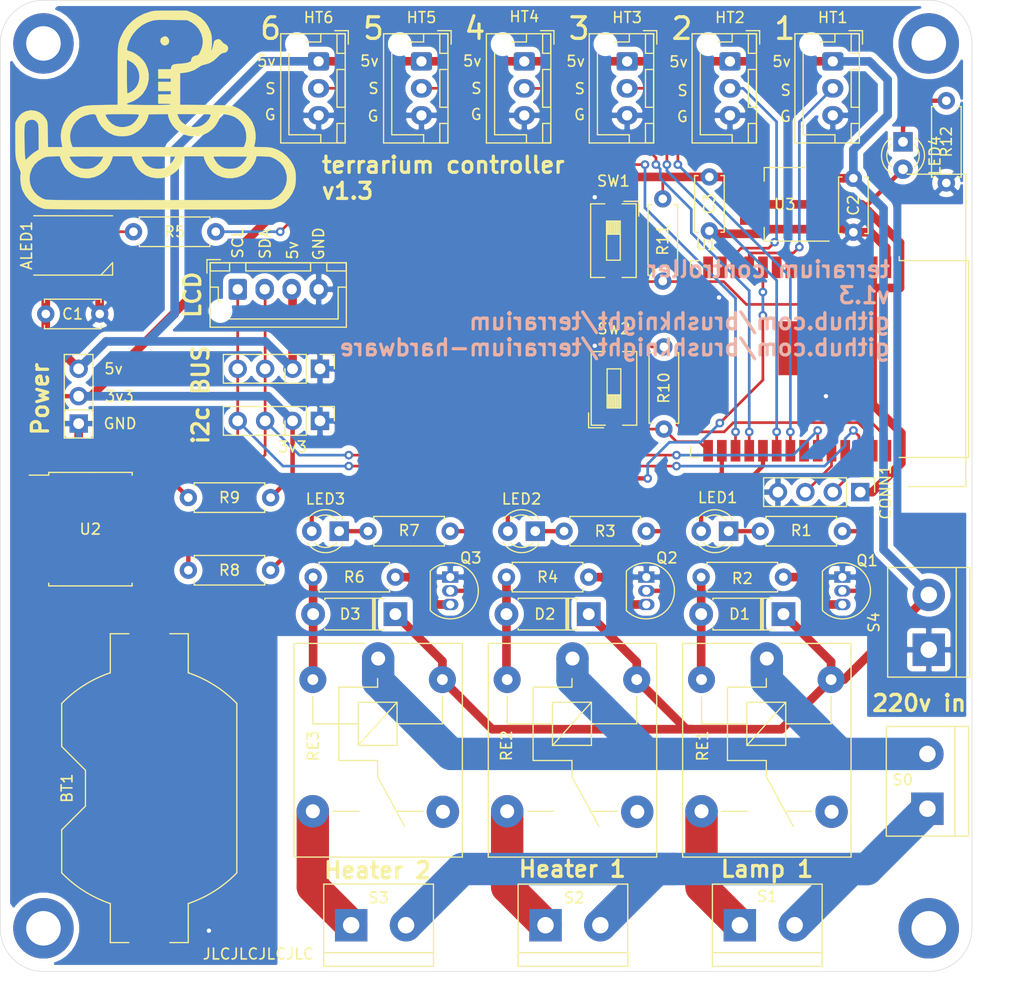
<source format=kicad_pcb>
(kicad_pcb (version 20171130) (host pcbnew "(5.1.12-1-10_14)")
  (layers (0 F.Cu signal) (31 B.Cu signal) (34 B.Paste user) (35 F.Paste user) (36 B.SilkS user) (37 F.SilkS user) (38 B.Mask user) (39 F.Mask user) (44 Edge.Cuts user))
  (net 0 "")
  (net 1 GND)
  (net 2 SCL)
  (net 3 SDA)
  (net 4 G19)
  (net 5 G18)
  (net 6 G5)
  (net 7 G17)
  (net 8 G16)
  (net 9 G4)
  (net 10 TX)
  (net 11 RX)
  (net 12 +3V3)
  (net 13 +5V)
  (net 14 "Net-(D1-Pad2)")
  (net 15 "Net-(D2-Pad2)")
  (net 16 "Net-(RE1-Pad4)")
  (net 17 "Net-(RE1-Pad3)")
  (net 18 "Net-(RE2-Pad4)")
  (net 19 "Net-(RE2-Pad3)")
  (net 20 "Net-(LED1-Pad1)")
  (net 21 "Net-(LED2-Pad1)")
  (net 22 G23)
  (net 23 220L)
  (net 24 220N)
  (net 25 "Net-(D3-Pad2)")
  (net 26 "Net-(LED3-Pad1)")
  (net 27 "Net-(RE3-Pad4)")
  (net 28 "Net-(RE3-Pad3)")
  (net 29 "Net-(ALED1-Pad2)")
  (net 30 "Net-(ALED1-Pad4)")
  (net 31 G26)
  (net 32 G27)
  (net 33 G25)
  (net 34 "Net-(Q1-Pad3)")
  (net 35 "Net-(Q1-Pad2)")
  (net 36 "Net-(Q2-Pad3)")
  (net 37 "Net-(Q2-Pad2)")
  (net 38 "Net-(Q3-Pad3)")
  (net 39 "Net-(Q3-Pad2)")
  (net 40 "Net-(BT1-Pad1)")
  (net 41 "Net-(U1-Pad4)")
  (net 42 "Net-(LED4-Pad1)")
  (net 43 "Net-(R10-Pad2)")
  (net 44 "Net-(R11-Pad2)")
  (net 45 "Net-(U1-Pad32)")
  (net 46 "Net-(U1-Pad24)")
  (net 47 "Net-(U1-Pad23)")
  (net 48 "Net-(U1-Pad22)")
  (net 49 "Net-(U1-Pad21)")
  (net 50 "Net-(U1-Pad20)")
  (net 51 "Net-(U1-Pad19)")
  (net 52 "Net-(U1-Pad18)")
  (net 53 "Net-(U1-Pad17)")
  (net 54 "Net-(U1-Pad16)")
  (net 55 "Net-(U1-Pad14)")
  (net 56 "Net-(U1-Pad13)")
  (net 57 "Net-(U1-Pad9)")
  (net 58 "Net-(U1-Pad8)")
  (net 59 "Net-(U1-Pad7)")
  (net 60 "Net-(U1-Pad6)")
  (net 61 "Net-(U1-Pad5)")
  (net 62 "Net-(U2-Pad4)")
  (net 63 "Net-(U2-Pad3)")
  (net 64 "Net-(U2-Pad1)")
  (module Capacitor_THT:C_Disc_D5.0mm_W2.5mm_P5.00mm (layer F.Cu) (at 120.015 39.497 270)
    (fp_text reference C2 (at 2.5 0 90) (layer F.SilkS))
    (fp_text value 10uF)
    (pad 2 thru_hole circle (at 5 0 270) (size 1.6 1.6) (drill 0.8) (layers *.Cu *.Mask) (net 1 GND))
    (pad 1 thru_hole circle (at 0 0 270) (size 1.6 1.6) (drill 0.8) (layers *.Cu *.Mask) (net 13 +5V))
  )
  (module Package_TO_SOT_SMD:SOT-223-3_TabPin2 (layer F.Cu) (at 113.665 41.91 180)
    (fp_text reference U3 (at 0 0) (layer F.SilkS))
    (fp_text value LM1117-3.3)
    (pad 1 smd rect (at -3.15 -2.3 180) (size 2 1.5) (layers F.Cu F.Paste F.Mask) (net 1 GND))
    (pad 3 smd rect (at -3.15 2.3 180) (size 2 1.5) (layers F.Cu F.Paste F.Mask) (net 13 +5V))
    (pad 2 smd rect (at -3.15 0 180) (size 2 1.5) (layers F.Cu F.Paste F.Mask) (net 12 +3V3))
    (pad 2 smd rect (at 3.15 0 180) (size 2 3.8) (layers F.Cu F.Paste F.Mask) (net 12 +3V3))
  )
  (module RF_Module:ESP32-WROOM-32 (layer F.Cu) (at 114.815 56.245 270)
    (fp_text reference U1 (at -10.61 8.43) (layer F.SilkS))
    (fp_text value ESP32-WROOM-32)
    (pad 38 smd rect (at 8.5 -8.255 270) (size 2 0.9) (layers F.Cu F.Paste F.Mask) (net 1 GND))
    (pad 37 smd rect (at 8.5 -6.985 270) (size 2 0.9) (layers F.Cu F.Paste F.Mask) (net 22 G23))
    (pad 36 smd rect (at 8.5 -5.715 270) (size 2 0.9) (layers F.Cu F.Paste F.Mask) (net 2 SCL))
    (pad 35 smd rect (at 8.5 -4.445 270) (size 2 0.9) (layers F.Cu F.Paste F.Mask) (net 10 TX))
    (pad 34 smd rect (at 8.5 -3.175 270) (size 2 0.9) (layers F.Cu F.Paste F.Mask) (net 11 RX))
    (pad 33 smd rect (at 8.5 -1.905 270) (size 2 0.9) (layers F.Cu F.Paste F.Mask) (net 3 SDA))
    (pad 32 smd rect (at 8.5 -0.635 270) (size 2 0.9) (layers F.Cu F.Paste F.Mask) (net 45 "Net-(U1-Pad32)"))
    (pad 31 smd rect (at 8.5 0.635 270) (size 2 0.9) (layers F.Cu F.Paste F.Mask) (net 4 G19))
    (pad 30 smd rect (at 8.5 1.905 270) (size 2 0.9) (layers F.Cu F.Paste F.Mask) (net 5 G18))
    (pad 29 smd rect (at 8.5 3.175 270) (size 2 0.9) (layers F.Cu F.Paste F.Mask) (net 6 G5))
    (pad 28 smd rect (at 8.5 4.445 270) (size 2 0.9) (layers F.Cu F.Paste F.Mask) (net 7 G17))
    (pad 27 smd rect (at 8.5 5.715 270) (size 2 0.9) (layers F.Cu F.Paste F.Mask) (net 8 G16))
    (pad 26 smd rect (at 8.5 6.985 270) (size 2 0.9) (layers F.Cu F.Paste F.Mask) (net 9 G4))
    (pad 25 smd rect (at 8.5 8.255 270) (size 2 0.9) (layers F.Cu F.Paste F.Mask) (net 43 "Net-(R10-Pad2)"))
    (pad 24 smd rect (at 5.715 9.255) (size 2 0.9) (layers F.Cu F.Paste F.Mask) (net 46 "Net-(U1-Pad24)"))
    (pad 23 smd rect (at 4.445 9.255) (size 2 0.9) (layers F.Cu F.Paste F.Mask) (net 47 "Net-(U1-Pad23)"))
    (pad 22 smd rect (at 3.175 9.255) (size 2 0.9) (layers F.Cu F.Paste F.Mask) (net 48 "Net-(U1-Pad22)"))
    (pad 21 smd rect (at 1.905 9.255) (size 2 0.9) (layers F.Cu F.Paste F.Mask) (net 49 "Net-(U1-Pad21)"))
    (pad 20 smd rect (at 0.635 9.255) (size 2 0.9) (layers F.Cu F.Paste F.Mask) (net 50 "Net-(U1-Pad20)"))
    (pad 19 smd rect (at -0.635 9.255) (size 2 0.9) (layers F.Cu F.Paste F.Mask) (net 51 "Net-(U1-Pad19)"))
    (pad 18 smd rect (at -1.905 9.255) (size 2 0.9) (layers F.Cu F.Paste F.Mask) (net 52 "Net-(U1-Pad18)"))
    (pad 17 smd rect (at -3.175 9.255) (size 2 0.9) (layers F.Cu F.Paste F.Mask) (net 53 "Net-(U1-Pad17)"))
    (pad 16 smd rect (at -4.445 9.255) (size 2 0.9) (layers F.Cu F.Paste F.Mask) (net 54 "Net-(U1-Pad16)"))
    (pad 15 smd rect (at -5.715 9.255) (size 2 0.9) (layers F.Cu F.Paste F.Mask) (net 1 GND))
    (pad 14 smd rect (at -8.5 8.255 270) (size 2 0.9) (layers F.Cu F.Paste F.Mask) (net 55 "Net-(U1-Pad14)"))
    (pad 13 smd rect (at -8.5 6.985 270) (size 2 0.9) (layers F.Cu F.Paste F.Mask) (net 56 "Net-(U1-Pad13)"))
    (pad 12 smd rect (at -8.5 5.715 270) (size 2 0.9) (layers F.Cu F.Paste F.Mask) (net 32 G27))
    (pad 11 smd rect (at -8.5 4.445 270) (size 2 0.9) (layers F.Cu F.Paste F.Mask) (net 31 G26))
    (pad 10 smd rect (at -8.5 3.175 270) (size 2 0.9) (layers F.Cu F.Paste F.Mask) (net 33 G25))
    (pad 9 smd rect (at -8.5 1.905 270) (size 2 0.9) (layers F.Cu F.Paste F.Mask) (net 57 "Net-(U1-Pad9)"))
    (pad 8 smd rect (at -8.5 0.635 270) (size 2 0.9) (layers F.Cu F.Paste F.Mask) (net 58 "Net-(U1-Pad8)"))
    (pad 7 smd rect (at -8.5 -0.635 270) (size 2 0.9) (layers F.Cu F.Paste F.Mask) (net 59 "Net-(U1-Pad7)"))
    (pad 6 smd rect (at -8.5 -1.905 270) (size 2 0.9) (layers F.Cu F.Paste F.Mask) (net 60 "Net-(U1-Pad6)"))
    (pad 5 smd rect (at -8.5 -3.175 270) (size 2 0.9) (layers F.Cu F.Paste F.Mask) (net 61 "Net-(U1-Pad5)"))
    (pad 4 smd rect (at -8.5 -4.445 270) (size 2 0.9) (layers F.Cu F.Paste F.Mask) (net 41 "Net-(U1-Pad4)"))
    (pad 3 smd rect (at -8.5 -5.715 270) (size 2 0.9) (layers F.Cu F.Paste F.Mask) (net 44 "Net-(R11-Pad2)"))
    (pad 2 smd rect (at -8.5 -6.985 270) (size 2 0.9) (layers F.Cu F.Paste F.Mask) (net 12 +3V3))
    (pad 1 smd rect (at -8.5 -8.255 270) (size 2 0.9) (layers F.Cu F.Paste F.Mask) (net 1 GND))
    (pad 39 smd rect (at -1 -0.755 270) (size 5 5) (layers F.Cu F.Paste F.Mask) (net 1 GND))
  )
  (module Button_Switch_SMD:SW_DIP_SPSTx01_Slide_6.7x4.1mm_W6.73mm_P2.54mm_LowProfile_JPin (layer F.Cu) (at 97.8408 58.9666 90)
    (fp_text reference SW2 (at 5.525 0) (layer F.SilkS))
    (fp_text value SW_Push)
    (pad 2 smd rect (at 3.365 0 90) (size 2.16 1.12) (layers F.Cu F.Paste F.Mask) (net 1 GND))
    (pad 1 smd rect (at -3.365 0 90) (size 2.16 1.12) (layers F.Cu F.Paste F.Mask) (net 43 "Net-(R10-Pad2)"))
  )
  (module Button_Switch_SMD:SW_DIP_SPSTx01_Slide_6.7x4.1mm_W6.73mm_P2.54mm_LowProfile_JPin (layer F.Cu) (at 97.79 45.276 270)
    (fp_text reference SW1 (at -5.525 0) (layer F.SilkS))
    (fp_text value SW_Push)
    (pad 2 smd rect (at 3.365 0 270) (size 2.16 1.12) (layers F.Cu F.Paste F.Mask) (net 44 "Net-(R11-Pad2)"))
    (pad 1 smd rect (at -3.365 0 270) (size 2.16 1.12) (layers F.Cu F.Paste F.Mask) (net 1 GND))
  )
  (module TerminalBlock:TerminalBlock_bornier-2_P5.08mm (layer F.Cu) (at 127 83.185 90)
    (fp_text reference S4 (at 2.54 -5.08 90) (layer F.SilkS))
    (fp_text value "5v in")
    (pad 2 thru_hole circle (at 5.08 0 90) (size 3 3) (drill 1.52) (layers *.Cu *.Mask) (net 13 +5V))
    (pad 1 thru_hole rect (at 0 0 90) (size 3 3) (drill 1.52) (layers *.Cu *.Mask) (net 1 GND))
  )
  (module Resistor_THT:R_Axial_DIN0207_L6.3mm_D2.5mm_P7.62mm_Horizontal (layer F.Cu) (at 128.6256 39.9288 90)
    (fp_text reference R12 (at 3.81 0 90) (layer F.SilkS))
    (fp_text value 300)
    (pad 2 thru_hole oval (at 7.62 0 90) (size 1.6 1.6) (drill 0.8) (layers *.Cu *.Mask) (net 42 "Net-(LED4-Pad1)"))
    (pad 1 thru_hole circle (at 0 0 90) (size 1.6 1.6) (drill 0.8) (layers *.Cu *.Mask) (net 1 GND))
  )
  (module Resistor_THT:R_Axial_DIN0207_L6.3mm_D2.5mm_P7.62mm_Horizontal (layer F.Cu) (at 102.362 41.402 270)
    (fp_text reference R11 (at 3.81 0 90) (layer F.SilkS))
    (fp_text value 10k)
    (pad 2 thru_hole oval (at 7.62 0 270) (size 1.6 1.6) (drill 0.8) (layers *.Cu *.Mask) (net 44 "Net-(R11-Pad2)"))
    (pad 1 thru_hole circle (at 0 0 270) (size 1.6 1.6) (drill 0.8) (layers *.Cu *.Mask) (net 12 +3V3))
  )
  (module Resistor_THT:R_Axial_DIN0207_L6.3mm_D2.5mm_P7.62mm_Horizontal (layer F.Cu) (at 102.4636 55.118 270)
    (fp_text reference R10 (at 3.81 0 90) (layer F.SilkS))
    (fp_text value 10k)
    (pad 2 thru_hole oval (at 7.62 0 270) (size 1.6 1.6) (drill 0.8) (layers *.Cu *.Mask) (net 43 "Net-(R10-Pad2)"))
    (pad 1 thru_hole circle (at 0 0 270) (size 1.6 1.6) (drill 0.8) (layers *.Cu *.Mask) (net 12 +3V3))
  )
  (module LED_THT:LED_D3.0mm_Clear (layer F.Cu) (at 124.6124 36.1188 270)
    (fp_text reference LED4 (at 1.27 -2.96 90) (layer F.SilkS))
    (fp_text value POWER)
    (pad 2 thru_hole circle (at 2.54 0 270) (size 1.8 1.8) (drill 0.9) (layers *.Cu *.Mask) (net 12 +3V3))
    (pad 1 thru_hole rect (at 0 0 270) (size 1.8 1.8) (drill 0.9) (layers *.Cu *.Mask) (net 42 "Net-(LED4-Pad1)"))
  )
  (module Connector_PinHeader_2.54mm:PinHeader_1x04_P2.54mm_Vertical (layer F.Cu) (at 120.65 68.58 270)
    (fp_text reference CONN1 (at 0 -2.33 90) (layer F.SilkS))
    (fp_text value data)
    (pad 4 thru_hole oval (at 0 7.62 270) (size 1.7 1.7) (drill 1) (layers *.Cu *.Mask) (net 1 GND))
    (pad 3 thru_hole oval (at 0 5.08 270) (size 1.7 1.7) (drill 1) (layers *.Cu *.Mask) (net 11 RX))
    (pad 2 thru_hole oval (at 0 2.54 270) (size 1.7 1.7) (drill 1) (layers *.Cu *.Mask) (net 10 TX))
    (pad 1 thru_hole rect (at 0 0 270) (size 1.7 1.7) (drill 1) (layers *.Cu *.Mask) (net 12 +3V3))
  )
  (module Capacitor_THT:C_Disc_D5.0mm_W2.5mm_P5.00mm (layer F.Cu) (at 106.68 39.37 270)
    (fp_text reference C3 (at 2.5 0 90) (layer F.SilkS))
    (fp_text value 47uF)
    (pad 2 thru_hole circle (at 5 0 270) (size 1.6 1.6) (drill 0.8) (layers *.Cu *.Mask) (net 1 GND))
    (pad 1 thru_hole circle (at 0 0 270) (size 1.6 1.6) (drill 0.8) (layers *.Cu *.Mask) (net 12 +3V3))
  )
  (module Resistor_THT:R_Axial_DIN0207_L6.3mm_D2.5mm_P7.62mm_Horizontal (layer F.Cu) (at 60.96 44.45 180)
    (fp_text reference R5 (at 3.81 0) (layer F.SilkS))
    (fp_text value 150ohm)
    (pad 2 thru_hole oval (at 7.62 0 180) (size 1.6 1.6) (drill 0.8) (layers *.Cu *.Mask) (net 30 "Net-(ALED1-Pad4)"))
    (pad 1 thru_hole circle (at 0 0 180) (size 1.6 1.6) (drill 0.8) (layers *.Cu *.Mask) (net 22 G23))
  )
  (module Package_SO:SOIC-16W_7.5x10.3mm_P1.27mm (layer F.Cu) (at 49.354 72.009)
    (fp_text reference U2 (at -0.0145 0) (layer F.SilkS))
    (fp_text value DS3231M)
    (pad 16 smd roundrect (at 4.65 -4.445) (size 2.05 0.6) (layers F.Cu F.Paste F.Mask) (net 2 SCL))
    (pad 15 smd roundrect (at 4.65 -3.175) (size 2.05 0.6) (layers F.Cu F.Paste F.Mask) (net 3 SDA))
    (pad 14 smd roundrect (at 4.65 -1.905) (size 2.05 0.6) (layers F.Cu F.Paste F.Mask) (net 40 "Net-(BT1-Pad1)"))
    (pad 13 smd roundrect (at 4.65 -0.635) (size 2.05 0.6) (layers F.Cu F.Paste F.Mask) (net 1 GND))
    (pad 12 smd roundrect (at 4.65 0.635) (size 2.05 0.6) (layers F.Cu F.Paste F.Mask) (net 1 GND))
    (pad 11 smd roundrect (at 4.65 1.905) (size 2.05 0.6) (layers F.Cu F.Paste F.Mask) (net 1 GND))
    (pad 10 smd roundrect (at 4.65 3.175) (size 2.05 0.6) (layers F.Cu F.Paste F.Mask) (net 1 GND))
    (pad 9 smd roundrect (at 4.65 4.445) (size 2.05 0.6) (layers F.Cu F.Paste F.Mask) (net 1 GND))
    (pad 8 smd roundrect (at -4.65 4.445) (size 2.05 0.6) (layers F.Cu F.Paste F.Mask) (net 1 GND))
    (pad 7 smd roundrect (at -4.65 3.175) (size 2.05 0.6) (layers F.Cu F.Paste F.Mask) (net 1 GND))
    (pad 6 smd roundrect (at -4.65 1.905) (size 2.05 0.6) (layers F.Cu F.Paste F.Mask) (net 1 GND))
    (pad 5 smd roundrect (at -4.65 0.635) (size 2.05 0.6) (layers F.Cu F.Paste F.Mask) (net 1 GND))
    (pad 4 smd roundrect (at -4.65 -0.635) (size 2.05 0.6) (layers F.Cu F.Paste F.Mask) (net 62 "Net-(U2-Pad4)"))
    (pad 3 smd roundrect (at -4.65 -1.905) (size 2.05 0.6) (layers F.Cu F.Paste F.Mask) (net 63 "Net-(U2-Pad3)"))
    (pad 2 smd roundrect (at -4.65 -3.175) (size 2.05 0.6) (layers F.Cu F.Paste F.Mask) (net 12 +3V3))
    (pad 1 smd roundrect (at -4.65 -4.445) (size 2.05 0.6) (layers F.Cu F.Paste F.Mask) (net 64 "Net-(U2-Pad1)"))
  )
  (module Resistor_THT:R_Axial_DIN0207_L6.3mm_D2.5mm_P7.62mm_Horizontal (layer F.Cu) (at 58.42 69.088)
    (fp_text reference R9 (at 3.81 0) (layer F.SilkS))
    (fp_text value 4.7k)
    (pad 2 thru_hole oval (at 7.62 0) (size 1.6 1.6) (drill 0.8) (layers *.Cu *.Mask) (net 12 +3V3))
    (pad 1 thru_hole circle (at 0 0) (size 1.6 1.6) (drill 0.8) (layers *.Cu *.Mask) (net 2 SCL))
  )
  (module Resistor_THT:R_Axial_DIN0207_L6.3mm_D2.5mm_P7.62mm_Horizontal (layer F.Cu) (at 66.04 75.819 180)
    (fp_text reference R8 (at 3.81 0) (layer F.SilkS))
    (fp_text value 4.7k)
    (pad 2 thru_hole oval (at 7.62 0 180) (size 1.6 1.6) (drill 0.8) (layers *.Cu *.Mask) (net 3 SDA))
    (pad 1 thru_hole circle (at 0 0 180) (size 1.6 1.6) (drill 0.8) (layers *.Cu *.Mask) (net 12 +3V3))
  )
  (module Battery:BatteryHolder_Keystone_1058_1x2032 (layer F.Cu) (at 54.8005 96.012 270)
    (fp_text reference BT1 (at 0 7.62 90) (layer F.SilkS))
    (fp_text value LIR2032)
    (pad 2 smd rect (at 14.68 0 270) (size 2.54 3.51) (layers F.Cu F.Paste F.Mask) (net 1 GND))
    (pad 1 smd rect (at -14.68 0 270) (size 2.54 3.51) (layers F.Cu F.Paste F.Mask) (net 40 "Net-(BT1-Pad1)"))
  )
  (module Package_TO_SOT_THT:TO-92_Inline (layer F.Cu) (at 82.677 76.454 270)
    (fp_text reference Q3 (at -1.778 -1.905 180) (layer F.SilkS))
    (fp_text value S8050)
    (pad 1 thru_hole rect (at 0 0 270) (size 1.05 1.5) (drill 0.75) (layers *.Cu *.Mask) (net 1 GND))
    (pad 3 thru_hole oval (at 2.54 0 270) (size 1.05 1.5) (drill 0.75) (layers *.Cu *.Mask) (net 38 "Net-(Q3-Pad3)"))
    (pad 2 thru_hole oval (at 1.27 0 270) (size 1.05 1.5) (drill 0.75) (layers *.Cu *.Mask) (net 39 "Net-(Q3-Pad2)"))
  )
  (module Package_TO_SOT_THT:TO-92_Inline (layer F.Cu) (at 100.838 76.454 270)
    (fp_text reference Q2 (at -1.778 -1.905 180) (layer F.SilkS))
    (fp_text value S8050)
    (pad 1 thru_hole rect (at 0 0 270) (size 1.05 1.5) (drill 0.75) (layers *.Cu *.Mask) (net 1 GND))
    (pad 3 thru_hole oval (at 2.54 0 270) (size 1.05 1.5) (drill 0.75) (layers *.Cu *.Mask) (net 36 "Net-(Q2-Pad3)"))
    (pad 2 thru_hole oval (at 1.27 0 270) (size 1.05 1.5) (drill 0.75) (layers *.Cu *.Mask) (net 37 "Net-(Q2-Pad2)"))
  )
  (module Package_TO_SOT_THT:TO-92_Inline (layer F.Cu) (at 118.999 76.454 270)
    (fp_text reference Q1 (at -1.524 -2.286 180) (layer F.SilkS))
    (fp_text value S8050)
    (pad 1 thru_hole rect (at 0 0 270) (size 1.05 1.5) (drill 0.75) (layers *.Cu *.Mask) (net 1 GND))
    (pad 3 thru_hole oval (at 2.54 0 270) (size 1.05 1.5) (drill 0.75) (layers *.Cu *.Mask) (net 34 "Net-(Q1-Pad3)"))
    (pad 2 thru_hole oval (at 1.27 0 270) (size 1.05 1.5) (drill 0.75) (layers *.Cu *.Mask) (net 35 "Net-(Q1-Pad2)"))
  )
  (module TerminalBlock:TerminalBlock_bornier-2_P5.08mm (layer F.Cu) (at 73.5 108.712)
    (fp_text reference S3 (at 2.54 -2.54) (layer F.SilkS))
    (fp_text value "Heater 2 Out")
    (pad 2 thru_hole circle (at 5.08 0) (size 3 3) (drill 1.52) (layers *.Cu *.Mask) (net 24 220N))
    (pad 1 thru_hole rect (at 0 0) (size 3 3) (drill 1.52) (layers *.Cu *.Mask) (net 28 "Net-(RE3-Pad3)"))
  )
  (module Relay_THT:Relay_SPDT_SANYOU_SRD_Series_Form_C (layer F.Cu) (at 76 84 270)
    (fp_text reference RE3 (at 8.1 6.023 90) (layer F.SilkS))
    (fp_text value SANYOU_SRD_Form_C hide)
    (pad 1 thru_hole circle (at 0 0) (size 3 3) (drill 1.3) (layers *.Cu *.Mask) (net 23 220L))
    (pad 5 thru_hole circle (at 1.95 -5.95) (size 2.5 2.5) (drill 1) (layers *.Cu *.Mask) (net 13 +5V))
    (pad 4 thru_hole circle (at 14.2 -6) (size 3 3) (drill 1.3) (layers *.Cu *.Mask) (net 27 "Net-(RE3-Pad4)"))
    (pad 3 thru_hole circle (at 14.15 6.05) (size 3 3) (drill 1.3) (layers *.Cu *.Mask) (net 28 "Net-(RE3-Pad3)"))
    (pad 2 thru_hole circle (at 1.95 6.05) (size 2.5 2.5) (drill 1) (layers *.Cu *.Mask) (net 25 "Net-(D3-Pad2)"))
  )
  (module Resistor_THT:R_Axial_DIN0207_L6.3mm_D2.5mm_P7.62mm_Horizontal (layer F.Cu) (at 75.057 72.2)
    (fp_text reference R7 (at 3.81 -0.064) (layer F.SilkS))
    (fp_text value 150ohm)
    (pad 2 thru_hole oval (at 7.62 0) (size 1.6 1.6) (drill 0.8) (layers *.Cu *.Mask) (net 39 "Net-(Q3-Pad2)"))
    (pad 1 thru_hole circle (at 0 0) (size 1.6 1.6) (drill 0.8) (layers *.Cu *.Mask) (net 26 "Net-(LED3-Pad1)"))
  )
  (module Resistor_THT:R_Axial_DIN0207_L6.3mm_D2.5mm_P7.62mm_Horizontal (layer F.Cu) (at 77.597 76.454 180)
    (fp_text reference R6 (at 3.81 0) (layer F.SilkS))
    (fp_text value R_Small)
    (pad 2 thru_hole oval (at 7.62 0 180) (size 1.6 1.6) (drill 0.8) (layers *.Cu *.Mask) (net 25 "Net-(D3-Pad2)"))
    (pad 1 thru_hole circle (at 0 0 180) (size 1.6 1.6) (drill 0.8) (layers *.Cu *.Mask) (net 38 "Net-(Q3-Pad3)"))
  )
  (module LED_THT:LED_D3.0mm_Clear (layer F.Cu) (at 72.39 72.2 180)
    (fp_text reference LED3 (at 1.27 2.985) (layer F.SilkS))
    (fp_text value ACTIVE hide)
    (pad 2 thru_hole circle (at 2.54 0 180) (size 1.8 1.8) (drill 0.9) (layers *.Cu *.Mask) (net 33 G25))
    (pad 1 thru_hole rect (at 0 0 180) (size 1.8 1.8) (drill 0.9) (layers *.Cu *.Mask) (net 26 "Net-(LED3-Pad1)"))
  )
  (module Diode_THT:D_DO-41_SOD81_P7.62mm_Horizontal (layer F.Cu) (at 77.597 79.883 180)
    (fp_text reference D3 (at 4.191 0) (layer F.SilkS))
    (fp_text value 1N47xxA)
    (pad 2 thru_hole oval (at 7.62 0 180) (size 2.2 2.2) (drill 1.1) (layers *.Cu *.Mask) (net 25 "Net-(D3-Pad2)"))
    (pad 1 thru_hole rect (at 0 0 180) (size 2.2 2.2) (drill 1.1) (layers *.Cu *.Mask) (net 13 +5V))
  )
  (module TerminalBlock:TerminalBlock_bornier-2_P5.08mm (layer F.Cu) (at 91.5 108.712)
    (fp_text reference S2 (at 2.667 -2.54) (layer F.SilkS))
    (fp_text value "Heater 1 Out" hide)
    (pad 2 thru_hole circle (at 5.08 0) (size 3 3) (drill 1.52) (layers *.Cu *.Mask) (net 24 220N))
    (pad 1 thru_hole rect (at 0 0) (size 3 3) (drill 1.52) (layers *.Cu *.Mask) (net 19 "Net-(RE2-Pad3)"))
  )
  (module TerminalBlock:TerminalBlock_bornier-2_P5.08mm (layer F.Cu) (at 109.5 108.712)
    (fp_text reference S1 (at 2.54 -2.667) (layer F.SilkS))
    (fp_text value "Lamp 1 Out")
    (pad 2 thru_hole circle (at 5.08 0) (size 3 3) (drill 1.52) (layers *.Cu *.Mask) (net 24 220N))
    (pad 1 thru_hole rect (at 0 0) (size 3 3) (drill 1.52) (layers *.Cu *.Mask) (net 17 "Net-(RE1-Pad3)"))
  )
  (module TerminalBlock:TerminalBlock_bornier-2_P5.08mm (layer F.Cu) (at 126.873 97.917 90)
    (fp_text reference S0 (at 2.667 -2.286) (layer F.SilkS))
    (fp_text value "Power 220 in")
    (pad 2 thru_hole circle (at 5.08 0 90) (size 3 3) (drill 1.52) (layers *.Cu *.Mask) (net 23 220L))
    (pad 1 thru_hole rect (at 0 0 90) (size 3 3) (drill 1.52) (layers *.Cu *.Mask) (net 24 220N))
  )
  (module Diode_THT:D_DO-41_SOD81_P7.62mm_Horizontal (layer F.Cu) (at 113.538 79.883 180)
    (fp_text reference D1 (at 4.064 0) (layer F.SilkS))
    (fp_text value 1N47xxA hide)
    (pad 2 thru_hole oval (at 7.62 0 180) (size 2.2 2.2) (drill 1.1) (layers *.Cu *.Mask) (net 14 "Net-(D1-Pad2)"))
    (pad 1 thru_hole rect (at 0 0 180) (size 2.2 2.2) (drill 1.1) (layers *.Cu *.Mask) (net 13 +5V))
  )
  (module Resistor_THT:R_Axial_DIN0207_L6.3mm_D2.5mm_P7.62mm_Horizontal (layer F.Cu) (at 95.504 76.454 180)
    (fp_text reference R4 (at 3.81 0) (layer F.SilkS))
    (fp_text value R_Small)
    (pad 2 thru_hole oval (at 7.62 0 180) (size 1.6 1.6) (drill 0.8) (layers *.Cu *.Mask) (net 15 "Net-(D2-Pad2)"))
    (pad 1 thru_hole circle (at 0 0 180) (size 1.6 1.6) (drill 0.8) (layers *.Cu *.Mask) (net 36 "Net-(Q2-Pad3)"))
  )
  (module Resistor_THT:R_Axial_DIN0207_L6.3mm_D2.5mm_P7.62mm_Horizontal (layer F.Cu) (at 93.218 72.2)
    (fp_text reference R3 (at 3.81 0) (layer F.SilkS))
    (fp_text value 150ohm)
    (pad 2 thru_hole oval (at 7.62 0) (size 1.6 1.6) (drill 0.8) (layers *.Cu *.Mask) (net 37 "Net-(Q2-Pad2)"))
    (pad 1 thru_hole circle (at 0 0) (size 1.6 1.6) (drill 0.8) (layers *.Cu *.Mask) (net 21 "Net-(LED2-Pad1)"))
  )
  (module Resistor_THT:R_Axial_DIN0207_L6.3mm_D2.5mm_P7.62mm_Horizontal (layer F.Cu) (at 113.538 76.454 180)
    (fp_text reference R2 (at 3.81 -0.127) (layer F.SilkS))
    (fp_text value R_Small hide)
    (pad 2 thru_hole oval (at 7.62 0 180) (size 1.6 1.6) (drill 0.8) (layers *.Cu *.Mask) (net 14 "Net-(D1-Pad2)"))
    (pad 1 thru_hole circle (at 0 0 180) (size 1.6 1.6) (drill 0.8) (layers *.Cu *.Mask) (net 34 "Net-(Q1-Pad3)"))
  )
  (module Resistor_THT:R_Axial_DIN0207_L6.3mm_D2.5mm_P7.62mm_Horizontal (layer F.Cu) (at 111.379 72.2)
    (fp_text reference R1 (at 3.81 -0.064) (layer F.SilkS))
    (fp_text value 150ohm)
    (pad 2 thru_hole oval (at 7.62 0) (size 1.6 1.6) (drill 0.8) (layers *.Cu *.Mask) (net 35 "Net-(Q1-Pad2)"))
    (pad 1 thru_hole circle (at 0 0) (size 1.6 1.6) (drill 0.8) (layers *.Cu *.Mask) (net 20 "Net-(LED1-Pad1)"))
  )
  (module Capacitor_THT:C_Disc_D5.0mm_W2.5mm_P5.00mm (layer F.Cu) (at 45.212 52.07)
    (fp_text reference C1 (at 2.4892 0) (layer F.SilkS))
    (fp_text value 10pF hide)
    (pad 2 thru_hole circle (at 5 0) (size 1.6 1.6) (drill 0.8) (layers *.Cu *.Mask) (net 1 GND))
    (pad 1 thru_hole circle (at 0 0) (size 1.6 1.6) (drill 0.8) (layers *.Cu *.Mask) (net 13 +5V))
  )
  (module LED_SMD:LED_WS2812B_PLCC4_5.0x5.0mm_P3.2mm (layer F.Cu) (at 47.752 45.72)
    (fp_text reference ALED1 (at -4.318 0 90) (layer F.SilkS))
    (fp_text value WS2812B hide)
    (pad 1 smd rect (at -2.45 -1.6) (size 1.5 1) (layers F.Cu F.Paste F.Mask) (net 13 +5V))
    (pad 2 smd rect (at -2.45 1.6) (size 1.5 1) (layers F.Cu F.Paste F.Mask) (net 29 "Net-(ALED1-Pad2)"))
    (pad 4 smd rect (at 2.45 -1.6) (size 1.5 1) (layers F.Cu F.Paste F.Mask) (net 30 "Net-(ALED1-Pad4)"))
    (pad 3 smd rect (at 2.45 1.6) (size 1.5 1) (layers F.Cu F.Paste F.Mask) (net 1 GND))
  )
  (module MountingHole:MountingHole_3.2mm_M3_DIN965_Pad (layer F.Cu) (at 127 109)
    (fp_text reference H4 hide)
    (fp_text value MountingHole hide)
    (pad 1 thru_hole circle (at 0 0) (size 5.6 5.6) (drill 3.2) (layers *.Cu *.Mask))
  )
  (module MountingHole:MountingHole_3.2mm_M3_DIN965_Pad (layer F.Cu) (at 45 27)
    (fp_text reference H2 hide)
    (fp_text value MountingHole hide)
    (pad 1 thru_hole circle (at 0 0) (size 5.6 5.6) (drill 3.2) (layers *.Cu *.Mask))
  )
  (module MountingHole:MountingHole_3.2mm_M3_DIN965_Pad (layer F.Cu) (at 45 109)
    (fp_text reference H3 hide)
    (fp_text value MountingHole hide)
    (pad 1 thru_hole circle (at 0 0) (size 5.6 5.6) (drill 3.2) (layers *.Cu *.Mask))
  )
  (module MountingHole:MountingHole_3.2mm_M3_DIN965_Pad (layer F.Cu) (at 127 27)
    (fp_text reference H1 hide)
    (fp_text value MountingHole hide)
    (pad 1 thru_hole circle (at 0 0) (size 5.6 5.6) (drill 3.2) (layers *.Cu *.Mask))
  )
  (module Relay_THT:Relay_SPDT_SANYOU_SRD_Series_Form_C (layer F.Cu) (at 112 84 270)
    (fp_text reference RE1 (at 8.1 5.955 90) (layer F.SilkS))
    (fp_text value SANYOU_SRD_Form_C hide)
    (pad 1 thru_hole circle (at 0 0) (size 3 3) (drill 1.3) (layers *.Cu *.Mask) (net 23 220L))
    (pad 5 thru_hole circle (at 1.95 -5.95) (size 2.5 2.5) (drill 1) (layers *.Cu *.Mask) (net 13 +5V))
    (pad 4 thru_hole circle (at 14.2 -6) (size 3 3) (drill 1.3) (layers *.Cu *.Mask) (net 16 "Net-(RE1-Pad4)"))
    (pad 3 thru_hole circle (at 14.15 6.05) (size 3 3) (drill 1.3) (layers *.Cu *.Mask) (net 17 "Net-(RE1-Pad3)"))
    (pad 2 thru_hole circle (at 1.95 6.05) (size 2.5 2.5) (drill 1) (layers *.Cu *.Mask) (net 14 "Net-(D1-Pad2)"))
  )
  (module Relay_THT:Relay_SPDT_SANYOU_SRD_Series_Form_C (layer F.Cu) (at 94 84 270)
    (fp_text reference RE2 (at 8.075 6.116 90) (layer F.SilkS))
    (fp_text value SANYOU_SRD_Form_C hide)
    (pad 1 thru_hole circle (at 0 0) (size 3 3) (drill 1.3) (layers *.Cu *.Mask) (net 23 220L))
    (pad 5 thru_hole circle (at 1.95 -5.95) (size 2.5 2.5) (drill 1) (layers *.Cu *.Mask) (net 13 +5V))
    (pad 4 thru_hole circle (at 14.2 -6) (size 3 3) (drill 1.3) (layers *.Cu *.Mask) (net 18 "Net-(RE2-Pad4)"))
    (pad 3 thru_hole circle (at 14.15 6.05) (size 3 3) (drill 1.3) (layers *.Cu *.Mask) (net 19 "Net-(RE2-Pad3)"))
    (pad 2 thru_hole circle (at 1.95 6.05) (size 2.5 2.5) (drill 1) (layers *.Cu *.Mask) (net 15 "Net-(D2-Pad2)"))
  )
  (module LED_THT:LED_D3.0mm_Clear (layer F.Cu) (at 90.551 72.2 180)
    (fp_text reference LED2 (at 1.27 2.985) (layer F.SilkS))
    (fp_text value ACTIVE hide)
    (pad 2 thru_hole circle (at 2.54 0 180) (size 1.8 1.8) (drill 0.9) (layers *.Cu *.Mask) (net 9 G4))
    (pad 1 thru_hole rect (at 0 0 180) (size 1.8 1.8) (drill 0.9) (layers *.Cu *.Mask) (net 21 "Net-(LED2-Pad1)"))
  )
  (module LED_THT:LED_D3.0mm_Clear (layer F.Cu) (at 108.458 72.2 180)
    (fp_text reference LED1 (at 1.016 3.112) (layer F.SilkS))
    (fp_text value ACTIVE hide)
    (pad 2 thru_hole circle (at 2.54 0 180) (size 1.8 1.8) (drill 0.9) (layers *.Cu *.Mask) (net 6 G5))
    (pad 1 thru_hole rect (at 0 0 180) (size 1.8 1.8) (drill 0.9) (layers *.Cu *.Mask) (net 20 "Net-(LED1-Pad1)"))
  )
  (module Diode_THT:D_DO-41_SOD81_P7.62mm_Horizontal (layer F.Cu) (at 95.504 79.883 180)
    (fp_text reference D2 (at 4.064 0) (layer F.SilkS))
    (fp_text value 1N47xxA hide)
    (pad 2 thru_hole oval (at 7.62 0 180) (size 2.2 2.2) (drill 1.1) (layers *.Cu *.Mask) (net 15 "Net-(D2-Pad2)"))
    (pad 1 thru_hole rect (at 0 0 180) (size 2.2 2.2) (drill 1.1) (layers *.Cu *.Mask) (net 13 +5V))
  )
  (module Connector_JST:JST_XH_B4B-XH-AM_1x04_P2.50mm_Vertical (layer F.Cu) (at 62.992 49.784)
    (fp_text reference i2c2 hide)
    (fp_text value LCD hide)
    (pad "" np_thru_hole circle (at -1.6 2) (size 1.2 1.2) (drill 1.2) (layers *.Cu *.Mask))
    (pad 4 thru_hole oval (at 7.5 0) (size 1.7 1.95) (drill 0.95) (layers *.Cu *.Mask) (net 1 GND))
    (pad 3 thru_hole oval (at 5 0) (size 1.7 1.95) (drill 0.95) (layers *.Cu *.Mask) (net 13 +5V))
    (pad 2 thru_hole oval (at 2.5 0) (size 1.7 1.95) (drill 0.95) (layers *.Cu *.Mask) (net 3 SDA))
    (pad 1 thru_hole roundrect (at 0 0) (size 1.7 1.95) (drill 0.95) (layers *.Cu *.Mask) (roundrect_rratio 0.147059) (net 2 SCL))
  )
  (module Connector_JST:JST_XH_B3B-XH-AM_1x03_P2.50mm_Vertical (layer F.Cu) (at 118.11 28.665 270)
    (fp_text reference HT1 (at -4.064 0 180) (layer F.SilkS))
    (fp_text value 4 hide)
    (pad "" np_thru_hole circle (at -1.6 2 270) (size 1.2 1.2) (drill 1.2) (layers *.Cu *.Mask))
    (pad 3 thru_hole oval (at 5 0 270) (size 1.7 1.95) (drill 0.95) (layers *.Cu *.Mask) (net 1 GND))
    (pad 2 thru_hole oval (at 2.5 0 270) (size 1.7 1.95) (drill 0.95) (layers *.Cu *.Mask) (net 31 G26))
    (pad 1 thru_hole roundrect (at 0 0 270) (size 1.7 1.95) (drill 0.95) (layers *.Cu *.Mask) (roundrect_rratio 0.147059) (net 13 +5V))
  )
  (module Connector_JST:JST_XH_B3B-XH-AM_1x03_P2.50mm_Vertical (layer F.Cu) (at 108.585 28.665 270)
    (fp_text reference HT2 (at -4.064 0 180) (layer F.SilkS))
    (fp_text value 4 hide)
    (pad "" np_thru_hole circle (at -1.6 2 270) (size 1.2 1.2) (drill 1.2) (layers *.Cu *.Mask))
    (pad 3 thru_hole oval (at 5 0 270) (size 1.7 1.95) (drill 0.95) (layers *.Cu *.Mask) (net 1 GND))
    (pad 2 thru_hole oval (at 2.5 0 270) (size 1.7 1.95) (drill 0.95) (layers *.Cu *.Mask) (net 32 G27))
    (pad 1 thru_hole roundrect (at 0 0 270) (size 1.7 1.95) (drill 0.95) (layers *.Cu *.Mask) (roundrect_rratio 0.147059) (net 13 +5V))
  )
  (module Connector_JST:JST_XH_B3B-XH-AM_1x03_P2.50mm_Vertical (layer F.Cu) (at 70.485 28.665 270)
    (fp_text reference HT6 (at -4.064 0 180) (layer F.SilkS))
    (fp_text value 4 hide)
    (pad "" np_thru_hole circle (at -1.6 2 270) (size 1.2 1.2) (drill 1.2) (layers *.Cu *.Mask))
    (pad 3 thru_hole oval (at 5 0 270) (size 1.7 1.95) (drill 0.95) (layers *.Cu *.Mask) (net 1 GND))
    (pad 2 thru_hole oval (at 2.5 0 270) (size 1.7 1.95) (drill 0.95) (layers *.Cu *.Mask) (net 8 G16))
    (pad 1 thru_hole roundrect (at 0 0 270) (size 1.7 1.95) (drill 0.95) (layers *.Cu *.Mask) (roundrect_rratio 0.147059) (net 13 +5V))
  )
  (module Connector_JST:JST_XH_B3B-XH-AM_1x03_P2.50mm_Vertical (layer F.Cu) (at 80.01 28.665 270)
    (fp_text reference HT5 (at -4.064 0 180) (layer F.SilkS))
    (fp_text value 3 hide)
    (pad "" np_thru_hole circle (at -1.6 2 270) (size 1.2 1.2) (drill 1.2) (layers *.Cu *.Mask))
    (pad 3 thru_hole oval (at 5 0 270) (size 1.7 1.95) (drill 0.95) (layers *.Cu *.Mask) (net 1 GND))
    (pad 2 thru_hole oval (at 2.5 0 270) (size 1.7 1.95) (drill 0.95) (layers *.Cu *.Mask) (net 7 G17))
    (pad 1 thru_hole roundrect (at 0 0 270) (size 1.7 1.95) (drill 0.95) (layers *.Cu *.Mask) (roundrect_rratio 0.147059) (net 13 +5V))
  )
  (module Connector_JST:JST_XH_B3B-XH-AM_1x03_P2.50mm_Vertical (layer F.Cu) (at 89.535 28.665 270)
    (fp_text reference HT4 (at -4.144 0 180) (layer F.SilkS))
    (fp_text value 2 hide)
    (pad "" np_thru_hole circle (at -1.6 2 270) (size 1.2 1.2) (drill 1.2) (layers *.Cu *.Mask))
    (pad 3 thru_hole oval (at 5 0 270) (size 1.7 1.95) (drill 0.95) (layers *.Cu *.Mask) (net 1 GND))
    (pad 2 thru_hole oval (at 2.5 0 270) (size 1.7 1.95) (drill 0.95) (layers *.Cu *.Mask) (net 5 G18))
    (pad 1 thru_hole roundrect (at 0 0 270) (size 1.7 1.95) (drill 0.95) (layers *.Cu *.Mask) (roundrect_rratio 0.147059) (net 13 +5V))
  )
  (module Connector_JST:JST_XH_B3B-XH-AM_1x03_P2.50mm_Vertical (layer F.Cu) (at 99.06 28.665 270)
    (fp_text reference HT3 (at -4.064 0 180) (layer F.SilkS))
    (fp_text value 1 hide)
    (pad "" np_thru_hole circle (at -1.6 2 270) (size 1.2 1.2) (drill 1.2) (layers *.Cu *.Mask))
    (pad 3 thru_hole oval (at 5 0 270) (size 1.7 1.95) (drill 0.95) (layers *.Cu *.Mask) (net 1 GND))
    (pad 2 thru_hole oval (at 2.5 0 270) (size 1.7 1.95) (drill 0.95) (layers *.Cu *.Mask) (net 4 G19))
    (pad 1 thru_hole roundrect (at 0 0 270) (size 1.7 1.95) (drill 0.95) (layers *.Cu *.Mask) (roundrect_rratio 0.147059) (net 13 +5V))
  )
  (module logo_fp:snake_logo (layer F.Cu) (at 55.372 33.147)
    (fp_text reference G*** hide)
    (fp_text value LOGO hide)
  )
  (module Connector_PinHeader_2.54mm:PinHeader_1x04_P2.54mm_Vertical (layer F.Cu) (at 70.612 61.976 270)
    (fp_text reference i2c4 hide)
    (fp_text value Extra_3v3 hide)
    (pad 4 thru_hole oval (at 0 7.62 270) (size 1.7 1.7) (drill 1) (layers *.Cu *.Mask) (net 2 SCL))
    (pad 3 thru_hole oval (at 0 5.08 270) (size 1.7 1.7) (drill 1) (layers *.Cu *.Mask) (net 3 SDA))
    (pad 2 thru_hole oval (at 0 2.54 270) (size 1.7 1.7) (drill 1) (layers *.Cu *.Mask) (net 12 +3V3))
    (pad 1 thru_hole rect (at 0 0 270) (size 1.7 1.7) (drill 1) (layers *.Cu *.Mask) (net 1 GND))
  )
  (module Connector_PinHeader_2.54mm:PinHeader_1x04_P2.54mm_Vertical (layer F.Cu) (at 70.612 57.15 270)
    (fp_text reference i2c3 hide)
    (fp_text value Extra_5v hide)
    (pad 4 thru_hole oval (at 0 7.62 270) (size 1.7 1.7) (drill 1) (layers *.Cu *.Mask) (net 2 SCL))
    (pad 3 thru_hole oval (at 0 5.08 270) (size 1.7 1.7) (drill 1) (layers *.Cu *.Mask) (net 3 SDA))
    (pad 2 thru_hole oval (at 0 2.54 270) (size 1.7 1.7) (drill 1) (layers *.Cu *.Mask) (net 13 +5V))
    (pad 1 thru_hole rect (at 0 0 270) (size 1.7 1.7) (drill 1) (layers *.Cu *.Mask) (net 1 GND))
  )
  (module Connector_PinHeader_2.54mm:PinHeader_1x03_P2.54mm_Vertical (layer F.Cu) (at 48.26 62.23 180)
    (fp_text reference ExternalPower1 hide)
    (fp_text value Conn_01x03 hide)
    (pad 3 thru_hole oval (at 0 5.08 180) (size 1.7 1.7) (drill 1) (layers *.Cu *.Mask) (net 13 +5V))
    (pad 2 thru_hole oval (at 0 2.54 180) (size 1.7 1.7) (drill 1) (layers *.Cu *.Mask) (net 12 +3V3))
    (pad 1 thru_hole rect (at 0 0 180) (size 1.7 1.7) (drill 1) (layers *.Cu *.Mask) (net 1 GND))
  )
  (gr_text "terrarium controller\nv1.3\ngithub.com/brushknight/terrarium\ngithub.com/brushknight/terrarium-hardware" (at 123.571 51.562) (layer B.SilkS) (effects (font (size 1.5 1.5) (thickness 0.3)) (justify left mirror)))
  (gr_line (start 51.402 47.32) (end 50.3174 48.4632) (layer F.SilkS) (width 0.12))
  (gr_text "Heater 2" (at 75.946 103.632) (layer F.SilkS) (effects (font (size 1.5 1.5) (thickness 0.3))))
  (gr_text "220v in" (at 126.111 88.138) (layer F.SilkS) (effects (font (size 1.5 1.5) (thickness 0.3))))
  (gr_text "Heater 1" (at 93.98 103.505) (layer F.SilkS) (effects (font (size 1.5 1.5) (thickness 0.3))))
  (gr_text "Lamp 1" (at 112.014 103.505) (layer F.SilkS) (effects (font (size 1.5 1.5) (thickness 0.3))))
  (gr_text G (at 76.1238 33.7312) (layer F.SilkS) (effects (font (size 1 1)) (justify right)))
  (gr_line (start 64.77 60.646) (end 66.04 60.646) (layer F.SilkS) (width 0.12))
  (gr_line (start 49.59 62.23) (end 49.59 60.96) (layer F.SilkS) (width 0.12))
  (gr_line (start 46.9265 63.5635) (end 48.26 63.56) (layer F.SilkS) (width 0.12))
  (gr_line (start 46.93 60.96) (end 46.9265 63.5635) (layer F.SilkS) (width 0.12))
  (gr_line (start 67.3735 58.4835) (end 67.37 57.15) (layer F.SilkS) (width 0.12))
  (gr_line (start 64.77 58.48) (end 67.3735 58.4835) (layer F.SilkS) (width 0.12))
  (gr_line (start 66.04 55.82) (end 64.77 55.82) (layer F.SilkS) (width 0.12))
  (gr_line (start 67.3735 63.3095) (end 67.37 61.976) (layer F.SilkS) (width 0.12))
  (gr_line (start 64.77 63.306) (end 67.3735 63.3095) (layer F.SilkS) (width 0.12))
  (gr_arc (start 45 109) (end 41 109) (angle -90) (layer Edge.Cuts) (width 0.05))
  (gr_arc (start 127 109) (end 127 113) (angle -90) (layer Edge.Cuts) (width 0.05))
  (gr_arc (start 127 27) (end 131 27) (angle -90) (layer Edge.Cuts) (width 0.05))
  (gr_arc (start 45 27) (end 45 23) (angle -90) (layer Edge.Cuts) (width 0.05))
  (gr_text 1 (at 113.665 25.619) (layer F.SilkS) (effects (font (size 2 2) (thickness 0.3))))
  (gr_text 2 (at 104.14 25.619) (layer F.SilkS) (effects (font (size 2 2) (thickness 0.3))))
  (gr_text 3 (at 94.615 25.619) (layer F.SilkS) (effects (font (size 2 2) (thickness 0.3))))
  (gr_text 4 (at 84.963 25.619) (layer F.SilkS) (effects (font (size 2 2) (thickness 0.3))))
  (gr_text 5 (at 75.565 25.619) (layer F.SilkS) (effects (font (size 2 2) (thickness 0.3))))
  (gr_text 6 (at 66.04 25.619) (layer F.SilkS) (effects (font (size 2 2) (thickness 0.3))))
  (gr_line (start 130.429 39.116) (end 124.968 39.116) (layer F.SilkS) (width 0.12))
  (gr_line (start 130.429 68.072) (end 125.095 68.072) (layer F.SilkS) (width 0.12))
  (gr_line (start 130.429 39.116) (end 130.429 68.072) (layer F.SilkS) (width 0.12))
  (gr_text G (at 66.5988 33.6042) (layer F.SilkS) (effects (font (size 1 1)) (justify right)))
  (gr_text 5v (at 66.5988 28.6512) (layer F.SilkS) (effects (font (size 1 1)) (justify right)))
  (gr_text S (at 66.5988 31.1912) (layer F.SilkS) (effects (font (size 1 1)) (justify right)))
  (gr_text 5v (at 76.1492 28.6258) (layer F.SilkS) (effects (font (size 1 1)) (justify right)))
  (gr_text S (at 76.1492 31.1658) (layer F.SilkS) (effects (font (size 1 1)) (justify right)))
  (gr_text G (at 85.6742 33.5788) (layer F.SilkS) (effects (font (size 1 1)) (justify right)))
  (gr_text 5v (at 85.6742 28.6258) (layer F.SilkS) (effects (font (size 1 1)) (justify right)))
  (gr_text S (at 85.6742 31.1658) (layer F.SilkS) (effects (font (size 1 1)) (justify right)))
  (gr_text "terrarium controller\nv1.3" (at 70.612 39.4716) (layer F.SilkS) (effects (font (size 1.5 1.5) (thickness 0.3)) (justify left)))
  (gr_text S (at 95.25 31.1912) (layer F.SilkS) (effects (font (size 1 1)) (justify right)))
  (gr_text 5v (at 114.3254 28.6766) (layer F.SilkS) (effects (font (size 1 1)) (justify right)))
  (gr_text S (at 114.3254 31.3436) (layer F.SilkS) (effects (font (size 1 1)) (justify right)))
  (gr_text 5v (at 104.775 28.702) (layer F.SilkS) (effects (font (size 1 1)) (justify right)))
  (gr_text S (at 104.775 31.369) (layer F.SilkS) (effects (font (size 1 1)) (justify right)))
  (gr_text 5v (at 95.25 28.6512) (layer F.SilkS) (effects (font (size 1 1)) (justify right)))
  (gr_text G (at 114.3254 33.7566) (layer F.SilkS) (effects (font (size 1 1)) (justify right)))
  (gr_text G (at 104.775 33.782) (layer F.SilkS) (effects (font (size 1 1)) (justify right)))
  (gr_text G (at 95.25 33.6042) (layer F.SilkS) (effects (font (size 1 1)) (justify right)))
  (gr_text JLCJLCJLCJLC (at 64.897 111.379) (layer F.SilkS) (effects (font (size 1 1))))
  (gr_line (start 127 23) (end 45 23) (layer Edge.Cuts) (width 0.05))
  (gr_line (start 131 109) (end 131 27) (layer Edge.Cuts) (width 0.05))
  (gr_line (start 45 113) (end 127 113) (layer Edge.Cuts) (width 0.05))
  (gr_line (start 41 27) (end 41 109) (layer Edge.Cuts) (width 0.05))
  (gr_text Power (at 44.704 59.944 90) (layer F.SilkS) (effects (font (size 1.5 1.5) (thickness 0.3))))
  (gr_text 3v3 (at 68.072 64.389) (layer F.SilkS) (effects (font (size 1 1))))
  (gr_text "i2c BUS" (at 59.563 59.563 90) (layer F.SilkS) (effects (font (size 1.5 1.5) (thickness 0.3))))
  (gr_text SDA (at 65.532 44.069 90) (layer F.SilkS) (effects (font (size 1 1)) (justify right)))
  (gr_text SCL (at 62.992 44.069 90) (layer F.SilkS) (effects (font (size 1 1)) (justify right)))
  (gr_text GND (at 70.485 43.942 90) (layer F.SilkS) (effects (font (size 1 1)) (justify right)))
  (gr_text 5v (at 68.072 45.212 90) (layer F.SilkS) (effects (font (size 1 1)) (justify right)))
  (gr_text "GND\n" (at 53.721 62.23) (layer F.SilkS) (effects (font (size 1 1)) (justify right)))
  (gr_text 3v3 (at 53.467 59.69) (layer F.SilkS) (effects (font (size 1 1)) (justify right)))
  (gr_text 5v (at 52.451 57.15) (layer F.SilkS) (effects (font (size 1 1)) (justify right)))
  (gr_text LCD (at 58.801 50.292 90) (layer F.SilkS) (effects (font (size 1.5 1.5) (thickness 0.3))))
  (via (at 101.727 38.227) (size 0.8) (drill 0.4) (layers F.Cu B.Cu) (net 7))
  (segment (start 50.202 52.06) (end 50.212 52.07) (width 0.4) (layer F.Cu) (net 1))
  (segment (start 50.202 47.32) (end 50.202 52.06) (width 0.8) (layer F.Cu) (net 1))
  (segment (start 52.979 71.374) (end 54.004 71.374) (width 0.25) (layer F.Cu) (net 1))
  (segment (start 54.004 71.374) (end 48.641 71.374) (width 0.25) (layer F.Cu) (net 1))
  (segment (start 54.004 72.644) (end 44.704 72.644) (width 0.25) (layer F.Cu) (net 1))
  (segment (start 54.004 73.914) (end 44.704 73.914) (width 0.25) (layer F.Cu) (net 1))
  (segment (start 54.004 75.184) (end 44.704 75.184) (width 0.25) (layer F.Cu) (net 1))
  (segment (start 54.004 76.454) (end 44.704 76.454) (width 0.25) (layer F.Cu) (net 1))
  (via (at 60.325 109.22) (size 0.8) (drill 0.4) (layers F.Cu B.Cu) (net 1))
  (segment (start 58.853 110.692) (end 60.325 109.22) (width 0.8) (layer F.Cu) (net 1))
  (segment (start 54.8005 110.692) (end 58.853 110.692) (width 0.8) (layer F.Cu) (net 1))
  (segment (start 48.26 62.23) (end 48.26 76.2) (width 0.8) (layer F.Cu) (net 1))
  (via (at 117.475 59.69) (size 0.8) (drill 0.4) (layers F.Cu B.Cu) (net 1))
  (segment (start 117.475 57.15) (end 115.57 55.245) (width 0.25) (layer F.Cu) (net 1))
  (segment (start 117.475 59.69) (end 117.475 57.15) (width 0.25) (layer F.Cu) (net 1))
  (segment (start 119.265 59.69) (end 123.07 63.495) (width 0.25) (layer F.Cu) (net 1))
  (segment (start 123.07 63.495) (end 123.07 64.745) (width 0.25) (layer F.Cu) (net 1))
  (segment (start 117.475 59.69) (end 119.265 59.69) (width 0.25) (layer F.Cu) (net 1))
  (segment (start 105.544 50.546) (end 105.56 50.53) (width 0.25) (layer F.Cu) (net 1))
  (via (at 107.569 50.546) (size 0.8) (drill 0.4) (layers F.Cu B.Cu) (net 1))
  (segment (start 107.553 50.53) (end 107.569 50.546) (width 0.4) (layer F.Cu) (net 1))
  (segment (start 105.56 50.53) (end 107.553 50.53) (width 0.4) (layer F.Cu) (net 1))
  (segment (start 119.728 44.21) (end 120.015 44.497) (width 0.8) (layer F.Cu) (net 1))
  (segment (start 116.815 44.21) (end 119.728 44.21) (width 0.8) (layer F.Cu) (net 1))
  (segment (start 121.622 44.497) (end 120.015 44.497) (width 0.8) (layer F.Cu) (net 1))
  (segment (start 123.07 45.945) (end 121.622 44.497) (width 0.8) (layer F.Cu) (net 1))
  (segment (start 123.07 47.745) (end 123.07 45.945) (width 0.8) (layer F.Cu) (net 1))
  (via (at 96.0628 41.2496) (size 0.8) (drill 0.4) (layers F.Cu B.Cu) (net 1))
  (segment (start 96.7242 41.911) (end 96.0628 41.2496) (width 0.25) (layer F.Cu) (net 1))
  (segment (start 97.79 41.911) (end 96.7242 41.911) (width 0.25) (layer F.Cu) (net 1))
  (via (at 96.0628 55.0164) (size 0.8) (drill 0.4) (layers F.Cu B.Cu) (net 1))
  (segment (start 106.94939 44.63939) (end 106.68 44.37) (width 0.8) (layer F.Cu) (net 1))
  (segment (start 112.1016 44.21) (end 111.67221 44.63939) (width 0.8) (layer F.Cu) (net 1))
  (segment (start 111.67221 44.63939) (end 106.94939 44.63939) (width 0.8) (layer F.Cu) (net 1))
  (segment (start 116.815 44.21) (end 112.1016 44.21) (width 0.8) (layer F.Cu) (net 1))
  (segment (start 96.648 55.6016) (end 96.0628 55.0164) (width 0.25) (layer F.Cu) (net 1))
  (segment (start 97.8408 55.6016) (end 96.648 55.6016) (width 0.25) (layer F.Cu) (net 1))
  (via (at 111.633 52.197) (size 0.8) (drill 0.4) (layers F.Cu B.Cu) (net 33))
  (via (at 111.633 50.038) (size 0.8) (drill 0.4) (layers F.Cu B.Cu) (net 33))
  (via (at 107.6452 62.1792) (size 0.8) (drill 0.4) (layers F.Cu B.Cu) (net 33))
  (via (at 66.929 44.45) (size 0.8) (drill 0.4) (layers F.Cu B.Cu) (net 22))
  (via (at 120.015 62.865) (size 0.8) (drill 0.4) (layers F.Cu B.Cu) (net 2))
  (via (at 116.713 62.865) (size 0.8) (drill 0.4) (layers F.Cu B.Cu) (net 3))
  (via (at 73.279 65.151) (size 0.8) (drill 0.4) (layers F.Cu B.Cu) (net 3))
  (via (at 73.279 66.167) (size 0.8) (drill 0.4) (layers F.Cu B.Cu) (net 2))
  (segment (start 62.992 49.53) (end 62.992 57.15) (width 0.25) (layer F.Cu) (net 2))
  (segment (start 62.992 61.976) (end 62.992 57.15) (width 0.25) (layer F.Cu) (net 2))
  (segment (start 58.42 69.088) (end 56.896 67.564) (width 0.4) (layer F.Cu) (net 2))
  (segment (start 55.626 67.564) (end 54.004 67.564) (width 0.4) (layer F.Cu) (net 2))
  (segment (start 62.992 61.976) (end 62.992 64.262) (width 0.25) (layer F.Cu) (net 2))
  (segment (start 62.992 64.262) (end 60.833 66.421) (width 0.25) (layer F.Cu) (net 2))
  (segment (start 57.15 66.421) (end 56.007 67.564) (width 0.25) (layer F.Cu) (net 2))
  (segment (start 60.833 66.421) (end 57.15 66.421) (width 0.25) (layer F.Cu) (net 2))
  (segment (start 56.007 67.564) (end 55.626 67.564) (width 0.4) (layer F.Cu) (net 2))
  (segment (start 56.896 67.564) (end 56.007 67.564) (width 0.4) (layer F.Cu) (net 2))
  (segment (start 67.183 66.167) (end 73.279 66.167) (width 0.25) (layer B.Cu) (net 2))
  (segment (start 62.992 61.976) (end 67.183 66.167) (width 0.25) (layer B.Cu) (net 2))
  (segment (start 73.279 66.167) (end 103.632 66.167) (width 0.25) (layer F.Cu) (net 2))
  (segment (start 120.523 64.738) (end 120.53 64.745) (width 0.25) (layer F.Cu) (net 2))
  (segment (start 103.632 66.167) (end 103.632 66.167) (width 0.25) (layer F.Cu) (net 2))
  (via (at 103.632 66.167) (size 0.8) (drill 0.4) (layers F.Cu B.Cu) (net 2))
  (segment (start 117.221 66.167) (end 103.632 66.167) (width 0.25) (layer B.Cu) (net 2))
  (segment (start 120.53 63.38) (end 120.53 64.745) (width 0.25) (layer F.Cu) (net 2))
  (segment (start 120.015 62.865) (end 120.53 63.38) (width 0.25) (layer F.Cu) (net 2))
  (segment (start 117.221 66.167) (end 117.348 66.167) (width 0.25) (layer B.Cu) (net 2))
  (segment (start 117.348 66.167) (end 119.253 64.262) (width 0.25) (layer B.Cu) (net 2))
  (segment (start 120.015 62.865) (end 119.253 63.627) (width 0.25) (layer B.Cu) (net 2))
  (segment (start 119.253 63.627) (end 119.253 64.262) (width 0.25) (layer B.Cu) (net 2))
  (segment (start 65.532 61.976) (end 65.532 57.15) (width 0.25) (layer F.Cu) (net 3))
  (segment (start 65.532 57.15) (end 65.532 49.53) (width 0.25) (layer F.Cu) (net 3))
  (segment (start 58.42 72.225) (end 58.42 75.819) (width 0.4) (layer F.Cu) (net 3))
  (segment (start 65.532 65.113) (end 58.42 72.225) (width 0.25) (layer F.Cu) (net 3))
  (segment (start 65.532 61.976) (end 65.532 65.113) (width 0.25) (layer F.Cu) (net 3))
  (segment (start 54.004 68.834) (end 56.007 68.834) (width 0.4) (layer F.Cu) (net 3))
  (segment (start 58.42 71.247) (end 58.42 72.225) (width 0.4) (layer F.Cu) (net 3))
  (segment (start 56.007 68.834) (end 58.42 71.247) (width 0.4) (layer F.Cu) (net 3))
  (segment (start 65.532 61.976) (end 68.326 64.77) (width 0.25) (layer B.Cu) (net 3))
  (segment (start 68.707 65.151) (end 68.326 64.77) (width 0.25) (layer B.Cu) (net 3))
  (segment (start 73.279 65.151) (end 68.707 65.151) (width 0.25) (layer B.Cu) (net 3))
  (segment (start 73.279 65.151) (end 103.632 65.151) (width 0.25) (layer F.Cu) (net 3))
  (segment (start 116.713 64.738) (end 116.72 64.745) (width 0.25) (layer F.Cu) (net 3))
  (segment (start 116.713 62.865) (end 116.713 64.738) (width 0.25) (layer F.Cu) (net 3))
  (segment (start 103.632 65.151) (end 103.632 65.151) (width 0.25) (layer F.Cu) (net 3))
  (via (at 103.632 65.151) (size 0.8) (drill 0.4) (layers F.Cu B.Cu) (net 3))
  (segment (start 114.427 65.151) (end 103.632 65.151) (width 0.25) (layer B.Cu) (net 3))
  (segment (start 116.713 62.865) (end 114.427 65.151) (width 0.25) (layer B.Cu) (net 3))
  (segment (start 74.763 31.155) (end 74.843 31.155) (width 0.25) (layer F.Cu) (net 8))
  (segment (start 70.485 31.155) (end 74.763 31.155) (width 0.25) (layer F.Cu) (net 8))
  (via (at 100.711 38.227) (size 0.8) (drill 0.4) (layers F.Cu B.Cu) (net 8))
  (segment (start 76.073 31.75) (end 76.073 36.449) (width 0.25) (layer F.Cu) (net 8))
  (segment (start 75.478 31.155) (end 76.073 31.75) (width 0.25) (layer F.Cu) (net 8))
  (segment (start 74.763 31.155) (end 75.478 31.155) (width 0.25) (layer F.Cu) (net 8))
  (via (at 102.743 38.227) (size 0.8) (drill 0.4) (layers F.Cu B.Cu) (net 5))
  (segment (start 99.06 31.155) (end 99.481 31.155) (width 0.25) (layer F.Cu) (net 4))
  (segment (start 103.759 31.75) (end 103.759 36.743) (width 0.25) (layer F.Cu) (net 4))
  (segment (start 103.164 31.155) (end 103.759 31.75) (width 0.25) (layer F.Cu) (net 4))
  (segment (start 99.06 31.155) (end 103.164 31.155) (width 0.25) (layer F.Cu) (net 4))
  (segment (start 103.759 36.743) (end 103.759 38.227) (width 0.25) (layer F.Cu) (net 4))
  (segment (start 103.759 38.227) (end 103.759 38.227) (width 0.25) (layer F.Cu) (net 4))
  (via (at 103.759 38.227) (size 0.8) (drill 0.4) (layers F.Cu B.Cu) (net 4))
  (segment (start 114.18 64.745) (end 114.18 62.999) (width 0.25) (layer F.Cu) (net 4))
  (segment (start 114.18 62.999) (end 114.18 62.999) (width 0.25) (layer F.Cu) (net 4))
  (via (at 114.18 62.999) (size 0.8) (drill 0.4) (layers F.Cu B.Cu) (net 4))
  (segment (start 114.18 48.648) (end 103.759 38.227) (width 0.25) (layer B.Cu) (net 4))
  (segment (start 114.18 62.999) (end 114.18 48.648) (width 0.25) (layer B.Cu) (net 4))
  (segment (start 98.552 36.703) (end 102.1715 36.703) (width 0.25) (layer F.Cu) (net 5))
  (segment (start 102.1715 36.703) (end 102.743 37.2745) (width 0.25) (layer F.Cu) (net 5))
  (segment (start 93.014 31.165) (end 98.552 36.703) (width 0.25) (layer F.Cu) (net 5))
  (segment (start 102.743 37.2745) (end 102.743 38.227) (width 0.25) (layer F.Cu) (net 5))
  (segment (start 89.535 31.165) (end 93.014 31.165) (width 0.25) (layer F.Cu) (net 5))
  (segment (start 112.91 64.745) (end 112.91 62.999) (width 0.25) (layer F.Cu) (net 5))
  (segment (start 112.91 62.999) (end 112.91 62.999) (width 0.25) (layer F.Cu) (net 5))
  (via (at 112.91 62.999) (size 0.8) (drill 0.4) (layers F.Cu B.Cu) (net 5))
  (segment (start 112.91 48.959685) (end 112.91 62.999) (width 0.25) (layer B.Cu) (net 5))
  (segment (start 102.743 38.792685) (end 112.91 48.959685) (width 0.25) (layer B.Cu) (net 5))
  (segment (start 102.743 38.227) (end 102.743 38.792685) (width 0.25) (layer B.Cu) (net 5))
  (segment (start 111.64 66.145) (end 109.205 68.58) (width 0.4) (layer F.Cu) (net 6))
  (segment (start 111.64 64.745) (end 111.64 66.145) (width 0.4) (layer F.Cu) (net 6))
  (segment (start 109.205 68.58) (end 106.68 68.58) (width 0.4) (layer F.Cu) (net 6))
  (segment (start 105.918 69.342) (end 105.918 72.2) (width 0.4) (layer F.Cu) (net 6))
  (segment (start 106.68 68.58) (end 105.918 69.342) (width 0.4) (layer F.Cu) (net 6))
  (segment (start 101.346 37.211) (end 101.727 37.592) (width 0.25) (layer F.Cu) (net 7))
  (segment (start 84.963 36.068) (end 86.106 37.211) (width 0.25) (layer F.Cu) (net 7))
  (segment (start 86.106 37.211) (end 101.346 37.211) (width 0.25) (layer F.Cu) (net 7))
  (segment (start 84.963 31.75) (end 84.963 36.068) (width 0.25) (layer F.Cu) (net 7))
  (segment (start 101.727 37.592) (end 101.727 38.227) (width 0.25) (layer F.Cu) (net 7))
  (segment (start 84.368 31.155) (end 84.963 31.75) (width 0.25) (layer F.Cu) (net 7))
  (segment (start 80.01 31.155) (end 84.368 31.155) (width 0.25) (layer F.Cu) (net 7))
  (segment (start 110.37 64.745) (end 110.37 62.999) (width 0.25) (layer F.Cu) (net 7))
  (segment (start 110.37 62.999) (end 110.37 62.999) (width 0.25) (layer F.Cu) (net 7))
  (via (at 110.37 62.999) (size 0.8) (drill 0.4) (layers F.Cu B.Cu) (net 7))
  (segment (start 102.126999 38.626999) (end 102.126999 39.501997) (width 0.25) (layer B.Cu) (net 7))
  (segment (start 102.126999 39.501997) (end 105.0036 42.378598) (width 0.25) (layer B.Cu) (net 7))
  (segment (start 101.727 38.227) (end 102.126999 38.626999) (width 0.25) (layer B.Cu) (net 7))
  (segment (start 110.37 62.999) (end 110.37 49.918) (width 0.25) (layer B.Cu) (net 7))
  (segment (start 110.37 49.918) (end 105.0036 44.5516) (width 0.25) (layer B.Cu) (net 7))
  (segment (start 105.0036 42.378598) (end 105.0036 44.5516) (width 0.25) (layer B.Cu) (net 7))
  (segment (start 77.851 38.227) (end 76.073 36.449) (width 0.25) (layer F.Cu) (net 8))
  (segment (start 100.711 38.227) (end 77.851 38.227) (width 0.25) (layer F.Cu) (net 8))
  (segment (start 109.1 64.745) (end 109.1 62.999) (width 0.25) (layer F.Cu) (net 8))
  (segment (start 109.1 62.999) (end 109.1 62.999) (width 0.25) (layer F.Cu) (net 8))
  (via (at 109.1 62.999) (size 0.8) (drill 0.4) (layers F.Cu B.Cu) (net 8))
  (segment (start 109.1 62.999) (end 109.1 50.6152) (width 0.25) (layer B.Cu) (net 8))
  (segment (start 100.711 42.2262) (end 100.711 38.227) (width 0.25) (layer B.Cu) (net 8))
  (segment (start 109.1 50.6152) (end 100.711 42.2262) (width 0.25) (layer B.Cu) (net 8))
  (segment (start 88.265 72.39) (end 88.011 72.644) (width 0.4) (layer F.Cu) (net 9))
  (segment (start 88.011 70.104) (end 88.011 72.2) (width 0.4) (layer F.Cu) (net 9))
  (segment (start 103.505 69.215) (end 88.9 69.215) (width 0.4) (layer F.Cu) (net 9))
  (segment (start 107.83 64.745) (end 107.83 66.795) (width 0.4) (layer F.Cu) (net 9))
  (segment (start 107.315 67.31) (end 105.41 67.31) (width 0.4) (layer F.Cu) (net 9))
  (segment (start 105.41 67.31) (end 103.505 69.215) (width 0.4) (layer F.Cu) (net 9))
  (segment (start 88.9 69.215) (end 88.011 70.104) (width 0.4) (layer F.Cu) (net 9))
  (segment (start 107.83 66.795) (end 107.315 67.31) (width 0.4) (layer F.Cu) (net 9))
  (segment (start 119.26 67.43) (end 118.11 68.58) (width 0.25) (layer F.Cu) (net 10))
  (segment (start 119.26 64.745) (end 119.26 67.43) (width 0.25) (layer F.Cu) (net 10))
  (segment (start 117.99 66.16) (end 115.57 68.58) (width 0.25) (layer F.Cu) (net 11))
  (segment (start 117.99 64.745) (end 117.99 66.16) (width 0.25) (layer F.Cu) (net 11))
  (segment (start 44.704 68.834) (end 42.926 68.834) (width 0.4) (layer F.Cu) (net 12))
  (segment (start 42.926 68.834) (end 42.164 68.072) (width 0.4) (layer F.Cu) (net 12))
  (segment (start 42.164 68.072) (end 42.164 61.468) (width 0.4) (layer F.Cu) (net 12))
  (segment (start 43.942 59.69) (end 48.26 59.69) (width 0.4) (layer F.Cu) (net 12))
  (segment (start 42.164 61.468) (end 43.942 59.69) (width 0.4) (layer F.Cu) (net 12))
  (segment (start 68.072 67.056) (end 66.04 69.088) (width 0.4) (layer F.Cu) (net 12))
  (segment (start 68.072 61.976) (end 68.072 67.056) (width 0.4) (layer F.Cu) (net 12))
  (segment (start 68.072 73.787) (end 66.04 75.819) (width 0.4) (layer F.Cu) (net 12))
  (segment (start 68.072 61.976) (end 68.072 73.787) (width 0.4) (layer F.Cu) (net 12))
  (segment (start 65.786 59.69) (end 68.072 61.976) (width 0.8) (layer B.Cu) (net 12))
  (segment (start 48.26 59.69) (end 65.786 59.69) (width 0.8) (layer B.Cu) (net 12))
  (segment (start 107.975 39.37) (end 110.515 41.91) (width 0.8) (layer F.Cu) (net 12))
  (segment (start 106.68 39.37) (end 107.975 39.37) (width 0.8) (layer F.Cu) (net 12))
  (segment (start 116.815 41.91) (end 117.345002 41.91) (width 0.8) (layer F.Cu) (net 12))
  (segment (start 124.46 63.105) (end 121.8 60.445) (width 0.8) (layer F.Cu) (net 12))
  (segment (start 124.46 65.885002) (end 124.46 63.105) (width 0.8) (layer F.Cu) (net 12))
  (segment (start 121.765002 68.58) (end 124.46 65.885002) (width 0.8) (layer F.Cu) (net 12))
  (segment (start 120.65 68.58) (end 121.765002 68.58) (width 0.8) (layer F.Cu) (net 12))
  (segment (start 116.815 41.91) (end 120.777 41.91) (width 0.8) (layer F.Cu) (net 12))
  (segment (start 120.777 41.91) (end 124.333 45.466) (width 0.8) (layer F.Cu) (net 12))
  (segment (start 124.333 45.466) (end 124.333 49.657) (width 0.8) (layer F.Cu) (net 12))
  (segment (start 124.333 49.657) (end 121.934 49.657) (width 0.8) (layer F.Cu) (net 12))
  (segment (start 121.8 49.523) (end 121.8 60.445) (width 0.8) (layer F.Cu) (net 12))
  (segment (start 121.934 49.657) (end 121.8 49.523) (width 0.8) (layer F.Cu) (net 12))
  (segment (start 121.8 47.745) (end 121.8 49.523) (width 0.8) (layer F.Cu) (net 12))
  (segment (start 49.403 59.69) (end 48.26 59.69) (width 0.8) (layer F.Cu) (net 12))
  (segment (start 69.723 39.37) (end 49.403 59.69) (width 0.8) (layer F.Cu) (net 12))
  (segment (start 88.392 39.37) (end 69.723 39.37) (width 0.8) (layer F.Cu) (net 12))
  (segment (start 91.44 39.37) (end 88.392 39.37) (width 0.8) (layer F.Cu) (net 12))
  (segment (start 110.515 41.91) (end 116.815 41.91) (width 0.8) (layer F.Cu) (net 12))
  (segment (start 102.362 39.37) (end 106.68 39.37) (width 0.8) (layer F.Cu) (net 12))
  (segment (start 102.362 41.402) (end 102.362 39.37) (width 0.25) (layer F.Cu) (net 12))
  (segment (start 99.06 39.37) (end 102.362 39.37) (width 0.8) (layer F.Cu) (net 12))
  (segment (start 101.33223 55.118) (end 95.25 49.03577) (width 0.25) (layer F.Cu) (net 12))
  (segment (start 95.25 49.03577) (end 95.25 39.37) (width 0.25) (layer F.Cu) (net 12))
  (segment (start 102.4636 55.118) (end 101.33223 55.118) (width 0.25) (layer F.Cu) (net 12))
  (segment (start 95.25 39.37) (end 99.06 39.37) (width 0.8) (layer F.Cu) (net 12))
  (segment (start 91.44 39.37) (end 95.25 39.37) (width 0.8) (layer F.Cu) (net 12))
  (segment (start 121.3612 41.91) (end 120.777 41.91) (width 0.4) (layer F.Cu) (net 12))
  (segment (start 124.6124 38.6588) (end 121.3612 41.91) (width 0.4) (layer F.Cu) (net 12))
  (segment (start 68.072 49.53) (end 68.072 57.15) (width 0.8) (layer F.Cu) (net 13))
  (segment (start 118.11 28.655) (end 108.585 28.655) (width 0.8) (layer F.Cu) (net 13))
  (segment (start 108.585 28.655) (end 99.06 28.655) (width 0.8) (layer F.Cu) (net 13))
  (segment (start 99.06 28.655) (end 89.535 28.655) (width 0.8) (layer F.Cu) (net 13))
  (segment (start 89.535 28.655) (end 80.01 28.655) (width 0.8) (layer F.Cu) (net 13))
  (segment (start 80.01 28.655) (end 70.485 28.655) (width 0.8) (layer F.Cu) (net 13))
  (segment (start 45.212 54.102) (end 48.26 57.15) (width 0.8) (layer F.Cu) (net 13))
  (segment (start 45.212 52.07) (end 45.212 54.102) (width 0.8) (layer F.Cu) (net 13))
  (segment (start 45.212 52.07) (end 45.212 50.292) (width 0.8) (layer F.Cu) (net 13))
  (segment (start 45.212 50.292) (end 43.434 48.514) (width 0.8) (layer F.Cu) (net 13))
  (segment (start 43.434 45.988) (end 45.302 44.12) (width 0.8) (layer F.Cu) (net 13))
  (segment (start 43.434 48.514) (end 43.434 45.988) (width 0.8) (layer F.Cu) (net 13))
  (segment (start 117.95 84.295) (end 113.538 79.883) (width 0.8) (layer F.Cu) (net 13))
  (segment (start 117.95 85.95) (end 117.95 84.295) (width 0.8) (layer F.Cu) (net 13))
  (segment (start 117.95 85.95) (end 113.349 90.551) (width 0.8) (layer F.Cu) (net 13))
  (segment (start 86.551 90.551) (end 81.95 85.95) (width 0.8) (layer F.Cu) (net 13))
  (segment (start 104.551 90.551) (end 105.029 90.551) (width 0.8) (layer F.Cu) (net 13))
  (segment (start 99.95 85.95) (end 104.551 90.551) (width 0.8) (layer F.Cu) (net 13))
  (segment (start 105.029 90.551) (end 86.551 90.551) (width 0.8) (layer F.Cu) (net 13))
  (segment (start 113.349 90.551) (end 105.029 90.551) (width 0.8) (layer F.Cu) (net 13))
  (segment (start 99.95 84.329) (end 95.504 79.883) (width 0.8) (layer F.Cu) (net 13))
  (segment (start 99.95 85.95) (end 99.95 84.329) (width 0.8) (layer F.Cu) (net 13))
  (segment (start 81.95 84.236) (end 77.597 79.883) (width 0.8) (layer F.Cu) (net 13))
  (segment (start 81.95 85.95) (end 81.95 84.236) (width 0.8) (layer F.Cu) (net 13))
  (segment (start 48.26 57.15) (end 50.8 54.61) (width 0.8) (layer B.Cu) (net 13))
  (segment (start 65.532 54.61) (end 68.072 57.15) (width 0.8) (layer B.Cu) (net 13))
  (segment (start 57.15 52.07) (end 54.61 54.61) (width 0.8) (layer B.Cu) (net 13))
  (segment (start 70.485 28.655) (end 65.325 28.655) (width 0.8) (layer B.Cu) (net 13))
  (segment (start 57.15 36.83) (end 57.15 52.07) (width 0.8) (layer B.Cu) (net 13))
  (segment (start 65.325 28.655) (end 57.15 36.83) (width 0.8) (layer B.Cu) (net 13))
  (segment (start 54.61 54.61) (end 65.532 54.61) (width 0.8) (layer B.Cu) (net 13))
  (segment (start 50.8 54.61) (end 54.61 54.61) (width 0.8) (layer B.Cu) (net 13))
  (segment (start 119.155 85.95) (end 117.95 85.95) (width 0.8) (layer F.Cu) (net 13))
  (segment (start 127 78.105) (end 119.155 85.95) (width 0.8) (layer F.Cu) (net 13))
  (segment (start 121.502 28.665) (end 123.19 30.353) (width 0.8) (layer B.Cu) (net 13))
  (segment (start 123.19 33.655) (end 120.015 36.83) (width 0.8) (layer B.Cu) (net 13))
  (segment (start 123.19 30.353) (end 123.19 33.655) (width 0.8) (layer B.Cu) (net 13))
  (segment (start 118.11 28.665) (end 121.502 28.665) (width 0.8) (layer B.Cu) (net 13))
  (segment (start 120.015 36.83) (end 120.015 39.497) (width 0.8) (layer B.Cu) (net 13))
  (segment (start 122.809 73.914) (end 127 78.105) (width 0.8) (layer B.Cu) (net 13))
  (segment (start 122.809 42.291) (end 122.809 73.914) (width 0.8) (layer B.Cu) (net 13))
  (segment (start 120.015 39.497) (end 122.809 42.291) (width 0.8) (layer B.Cu) (net 13))
  (segment (start 116.928 39.497) (end 116.815 39.61) (width 0.8) (layer F.Cu) (net 13))
  (segment (start 120.015 39.497) (end 116.928 39.497) (width 0.8) (layer F.Cu) (net 13))
  (segment (start 105.918 76.454) (end 105.918 79.883) (width 0.8) (layer F.Cu) (net 14))
  (segment (start 105.918 85.918) (end 105.95 85.95) (width 0.8) (layer F.Cu) (net 14))
  (segment (start 105.918 79.883) (end 105.918 85.918) (width 0.8) (layer F.Cu) (net 14))
  (segment (start 87.884 79.883) (end 87.884 76.454) (width 0.8) (layer F.Cu) (net 15))
  (segment (start 87.884 85.884) (end 87.95 85.95) (width 0.8) (layer F.Cu) (net 15))
  (segment (start 87.884 79.883) (end 87.884 85.884) (width 0.8) (layer F.Cu) (net 15))
  (segment (start 105.95 105.162) (end 109.5 108.712) (width 3) (layer F.Cu) (net 17))
  (segment (start 105.95 98.15) (end 105.95 105.162) (width 3) (layer F.Cu) (net 17))
  (segment (start 87.95 105.162) (end 91.5 108.712) (width 3) (layer F.Cu) (net 19))
  (segment (start 87.95 98.15) (end 87.95 105.162) (width 3) (layer F.Cu) (net 19))
  (segment (start 108.458 72.2) (end 111.379 72.2) (width 0.4) (layer F.Cu) (net 20))
  (segment (start 93.218 72.2) (end 90.551 72.2) (width 0.4) (layer F.Cu) (net 21))
  (segment (start 60.96 44.45) (end 66.929 44.45) (width 0.25) (layer B.Cu) (net 22))
  (segment (start 121.8 63.495) (end 121.8 64.745) (width 0.25) (layer F.Cu) (net 22))
  (segment (start 120.444999 62.139999) (end 121.8 63.495) (width 0.25) (layer F.Cu) (net 22))
  (segment (start 108.885999 62.157601) (end 108.885999 62.139999) (width 0.25) (layer F.Cu) (net 22))
  (segment (start 104.3432 62.992) (end 108.0516 62.992) (width 0.25) (layer F.Cu) (net 22))
  (segment (start 94.371203 49.907001) (end 103.6828 59.218598) (width 0.25) (layer F.Cu) (net 22))
  (segment (start 108.0516 62.992) (end 108.885999 62.157601) (width 0.25) (layer F.Cu) (net 22))
  (segment (start 103.6828 62.3316) (end 104.3432 62.992) (width 0.25) (layer F.Cu) (net 22))
  (segment (start 108.885999 62.139999) (end 120.444999 62.139999) (width 0.25) (layer F.Cu) (net 22))
  (segment (start 103.6828 59.218598) (end 103.6828 62.3316) (width 0.25) (layer F.Cu) (net 22))
  (segment (start 94.371203 49.907001) (end 94.371203 41.386803) (width 0.25) (layer F.Cu) (net 22))
  (segment (start 94.371203 41.386803) (end 93.5228 40.5384) (width 0.25) (layer F.Cu) (net 22))
  (segment (start 70.8406 40.5384) (end 66.929 44.45) (width 0.25) (layer F.Cu) (net 22))
  (segment (start 93.5228 40.5384) (end 70.8406 40.5384) (width 0.25) (layer F.Cu) (net 22))
  (segment (start 76 86.12132) (end 76 84) (width 3) (layer B.Cu) (net 23))
  (segment (start 82.71568 92.837) (end 76 86.12132) (width 3) (layer B.Cu) (net 23))
  (segment (start 94 84) (end 94 85.999) (width 3) (layer B.Cu) (net 23))
  (segment (start 100.838 92.837) (end 82.71568 92.837) (width 3) (layer B.Cu) (net 23))
  (segment (start 94 85.999) (end 100.838 92.837) (width 3) (layer B.Cu) (net 23))
  (segment (start 112 84) (end 112 86.092) (width 3) (layer B.Cu) (net 23))
  (segment (start 112 86.092) (end 118.745 92.837) (width 3) (layer B.Cu) (net 23))
  (segment (start 118.745 92.837) (end 100.838 92.837) (width 3) (layer B.Cu) (net 23))
  (segment (start 126.873 92.837) (end 118.745 92.837) (width 3) (layer B.Cu) (net 23))
  (segment (start 126.873 97.917) (end 121.285 103.505) (width 3) (layer B.Cu) (net 24))
  (segment (start 83.787 103.505) (end 78.58 108.712) (width 3) (layer B.Cu) (net 24))
  (segment (start 101.787 103.505) (end 103.378 103.505) (width 3) (layer B.Cu) (net 24))
  (segment (start 96.58 108.712) (end 101.787 103.505) (width 3) (layer B.Cu) (net 24))
  (segment (start 103.378 103.505) (end 83.787 103.505) (width 3) (layer B.Cu) (net 24))
  (segment (start 121.285 103.505) (end 103.378 103.505) (width 3) (layer B.Cu) (net 24))
  (segment (start 119.787 103.505) (end 121.285 103.505) (width 3) (layer B.Cu) (net 24))
  (segment (start 114.58 108.712) (end 119.787 103.505) (width 3) (layer B.Cu) (net 24))
  (segment (start 69.977 76.454) (end 69.977 79.883) (width 0.8) (layer F.Cu) (net 25))
  (segment (start 69.977 85.923) (end 69.95 85.95) (width 0.8) (layer F.Cu) (net 25))
  (segment (start 69.977 79.883) (end 69.977 85.923) (width 0.8) (layer F.Cu) (net 25))
  (segment (start 72.39 72.2) (end 75.057 72.2) (width 0.4) (layer F.Cu) (net 26))
  (segment (start 69.95 105.162) (end 73.5 108.712) (width 3) (layer F.Cu) (net 28))
  (segment (start 69.95 98.15) (end 69.95 105.162) (width 3) (layer F.Cu) (net 28))
  (segment (start 50.202 44.12) (end 50.38 43.942) (width 0.25) (layer F.Cu) (net 30))
  (segment (start 50.532 44.45) (end 50.202 44.12) (width 0.25) (layer F.Cu) (net 30))
  (segment (start 53.34 44.45) (end 50.532 44.45) (width 0.25) (layer F.Cu) (net 30))
  (segment (start 118.033 31.242) (end 118.11 31.165) (width 0.25) (layer F.Cu) (net 31))
  (segment (start 118.11 31.165) (end 118.06 31.165) (width 0.4) (layer F.Cu) (net 31))
  (via (at 115.0112 45.8724) (size 0.8) (drill 0.4) (layers F.Cu B.Cu) (net 31))
  (segment (start 110.37 46.979998) (end 110.37 47.745) (width 0.25) (layer F.Cu) (net 31))
  (segment (start 115.0112 34.2638) (end 118.11 31.165) (width 0.25) (layer B.Cu) (net 31))
  (segment (start 115.0112 45.8724) (end 115.0112 34.2638) (width 0.25) (layer B.Cu) (net 31))
  (segment (start 114.463601 46.419999) (end 115.0112 45.8724) (width 0.25) (layer F.Cu) (net 31))
  (segment (start 110.445001 46.419999) (end 114.463601 46.419999) (width 0.25) (layer F.Cu) (net 31))
  (segment (start 110.37 46.495) (end 110.445001 46.419999) (width 0.25) (layer F.Cu) (net 31))
  (segment (start 110.37 47.745) (end 110.37 46.495) (width 0.25) (layer F.Cu) (net 31))
  (segment (start 108.585 31.165) (end 107.9 31.165) (width 0.25) (layer F.Cu) (net 32))
  (segment (start 109.81 31.165) (end 112.903 34.258) (width 0.25) (layer B.Cu) (net 32))
  (segment (start 108.585 31.165) (end 109.81 31.165) (width 0.25) (layer B.Cu) (net 32))
  (via (at 112.7252 45.4152) (size 0.8) (drill 0.4) (layers F.Cu B.Cu) (net 32))
  (segment (start 109.1 46.979998) (end 109.1 47.745) (width 0.25) (layer F.Cu) (net 32))
  (segment (start 109.1 47.745) (end 109.1 46.495) (width 0.25) (layer F.Cu) (net 32))
  (segment (start 112.903 45.2374) (end 112.7252 45.4152) (width 0.25) (layer B.Cu) (net 32))
  (segment (start 112.903 34.258) (end 112.903 45.2374) (width 0.25) (layer B.Cu) (net 32))
  (segment (start 112.7252 45.4152) (end 112.170411 45.969989) (width 0.25) (layer F.Cu) (net 32))
  (segment (start 109.625011 45.969989) (end 109.1 46.495) (width 0.25) (layer F.Cu) (net 32))
  (segment (start 112.170411 45.969989) (end 109.625011 45.969989) (width 0.25) (layer F.Cu) (net 32))
  (segment (start 69.85 72.2) (end 69.85 68.58) (width 0.4) (layer F.Cu) (net 33))
  (segment (start 69.85 68.58) (end 71.12 67.31) (width 0.4) (layer F.Cu) (net 33))
  (segment (start 71.12 67.31) (end 100.965 67.31) (width 0.4) (layer F.Cu) (net 33))
  (segment (start 100.965 67.31) (end 100.965 67.31) (width 0.4) (layer F.Cu) (net 33))
  (via (at 100.965 67.31) (size 0.8) (drill 0.4) (layers F.Cu B.Cu) (net 33))
  (segment (start 111.633 47.752) (end 111.64 47.745) (width 0.25) (layer F.Cu) (net 33))
  (segment (start 111.633 50.038) (end 111.633 47.752) (width 0.25) (layer F.Cu) (net 33))
  (segment (start 111.633 50.038) (end 111.633 52.197) (width 0.25) (layer B.Cu) (net 33))
  (segment (start 100.965 67.31) (end 100.965 65.9638) (width 0.25) (layer B.Cu) (net 33))
  (segment (start 100.965 65.9638) (end 102.9716 63.9572) (width 0.25) (layer B.Cu) (net 33))
  (segment (start 105.8672 63.9572) (end 107.6452 62.1792) (width 0.25) (layer B.Cu) (net 33))
  (segment (start 102.9716 63.9572) (end 105.8672 63.9572) (width 0.25) (layer B.Cu) (net 33))
  (segment (start 111.633 58.1914) (end 107.6452 62.1792) (width 0.25) (layer F.Cu) (net 33))
  (segment (start 111.633 52.197) (end 111.633 58.1914) (width 0.25) (layer F.Cu) (net 33))
  (segment (start 113.538 76.454) (end 115.062 76.454) (width 0.8) (layer F.Cu) (net 34))
  (segment (start 115.062 76.454) (end 117.602 78.994) (width 0.8) (layer F.Cu) (net 34))
  (segment (start 117.602 78.994) (end 118.999 78.994) (width 0.8) (layer F.Cu) (net 34))
  (segment (start 121.666 73.152) (end 120.714 72.2) (width 0.4) (layer F.Cu) (net 35))
  (segment (start 120.714 72.2) (end 118.999 72.2) (width 0.4) (layer F.Cu) (net 35))
  (segment (start 121.666 76.581) (end 121.666 73.152) (width 0.4) (layer F.Cu) (net 35))
  (segment (start 120.523 77.724) (end 121.666 76.581) (width 0.4) (layer F.Cu) (net 35))
  (segment (start 118.999 77.724) (end 120.523 77.724) (width 0.4) (layer F.Cu) (net 35))
  (segment (start 95.504 76.454) (end 96.774 76.454) (width 0.8) (layer F.Cu) (net 36))
  (segment (start 99.314 78.994) (end 100.838 78.994) (width 0.8) (layer F.Cu) (net 36))
  (segment (start 96.774 76.454) (end 99.314 78.994) (width 0.8) (layer F.Cu) (net 36))
  (segment (start 102.299 72.2) (end 100.838 72.2) (width 0.4) (layer F.Cu) (net 37))
  (segment (start 103.378 73.279) (end 102.299 72.2) (width 0.4) (layer F.Cu) (net 37))
  (segment (start 103.378 76.581) (end 103.378 73.279) (width 0.4) (layer F.Cu) (net 37))
  (segment (start 102.235 77.724) (end 103.378 76.581) (width 0.4) (layer F.Cu) (net 37))
  (segment (start 100.838 77.724) (end 102.235 77.724) (width 0.4) (layer F.Cu) (net 37))
  (segment (start 77.597 76.454) (end 78.867 76.454) (width 0.8) (layer F.Cu) (net 38))
  (segment (start 81.407 78.994) (end 82.677 78.994) (width 0.8) (layer F.Cu) (net 38))
  (segment (start 78.867 76.454) (end 81.407 78.994) (width 0.8) (layer F.Cu) (net 38))
  (segment (start 82.677 77.724) (end 84.201 77.724) (width 0.4) (layer F.Cu) (net 39))
  (segment (start 84.201 77.724) (end 85.217 76.708) (width 0.4) (layer F.Cu) (net 39))
  (segment (start 85.217 76.708) (end 85.217 73.406) (width 0.4) (layer F.Cu) (net 39))
  (segment (start 84.011 72.2) (end 82.677 72.2) (width 0.4) (layer F.Cu) (net 39))
  (segment (start 85.217 73.406) (end 84.011 72.2) (width 0.4) (layer F.Cu) (net 39))
  (segment (start 54.8005 81.332) (end 54.8005 79.3115) (width 0.4) (layer F.Cu) (net 40))
  (segment (start 54.8005 79.3115) (end 56.642 77.47) (width 0.4) (layer F.Cu) (net 40))
  (segment (start 56.642 77.47) (end 56.642 70.739) (width 0.4) (layer F.Cu) (net 40))
  (segment (start 56.007 70.104) (end 54.004 70.104) (width 0.4) (layer F.Cu) (net 40))
  (segment (start 56.642 70.739) (end 56.007 70.104) (width 0.4) (layer F.Cu) (net 40))
  (segment (start 124.6124 36.1188) (end 124.6124 34.6964) (width 0.4) (layer F.Cu) (net 42))
  (segment (start 127 32.3088) (end 128.6256 32.3088) (width 0.4) (layer F.Cu) (net 42))
  (segment (start 124.6124 34.6964) (end 127 32.3088) (width 0.4) (layer F.Cu) (net 42))
  (segment (start 98.2472 62.738) (end 97.8408 62.3316) (width 0.25) (layer F.Cu) (net 43))
  (segment (start 102.4636 62.738) (end 98.2472 62.738) (width 0.25) (layer F.Cu) (net 43))
  (segment (start 102.4636 62.738) (end 103.632 63.9064) (width 0.25) (layer F.Cu) (net 43))
  (segment (start 105.7214 63.9064) (end 106.56 64.745) (width 0.25) (layer F.Cu) (net 43))
  (segment (start 103.632 63.9064) (end 105.7214 63.9064) (width 0.25) (layer F.Cu) (net 43))
  (segment (start 98.219001 49.070001) (end 97.79 48.641) (width 0.25) (layer F.Cu) (net 44))
  (segment (start 107.998001 49.070001) (end 98.219001 49.070001) (width 0.25) (layer F.Cu) (net 44))
  (segment (start 119.761 51.181) (end 110.109 51.181) (width 0.25) (layer F.Cu) (net 44))
  (segment (start 120.53 50.412) (end 119.761 51.181) (width 0.25) (layer F.Cu) (net 44))
  (segment (start 110.109 51.181) (end 107.998001 49.070001) (width 0.25) (layer F.Cu) (net 44))
  (segment (start 120.53 47.745) (end 120.53 50.412) (width 0.25) (layer F.Cu) (net 44))
  (zone (net 1) (net_name GND) (layer B.Cu) (connect_pads (clearance 0.508)) (min_thickness 0.254) (fill yes (arc_segments 32) (thermal_gap 0.508) (thermal_bridge_width 0.508))
    (polygon (pts (xy 130.175 26.035) (xy 130.175 41.91) (xy 124.46 41.91) (xy 124.46 70.485) (xy 130.81 70.485) (xy 130.81 89.408) (xy 121.285 89.408) (xy 121.285 81.915) (xy 66.675 81.915) (xy 66.675 112.395) (xy 45.72 112.395) (xy 41.91 106.68) (xy 41.91 27.305) (xy 46.355 23.495) (xy 127.635 23.495)))
  )
)
</source>
